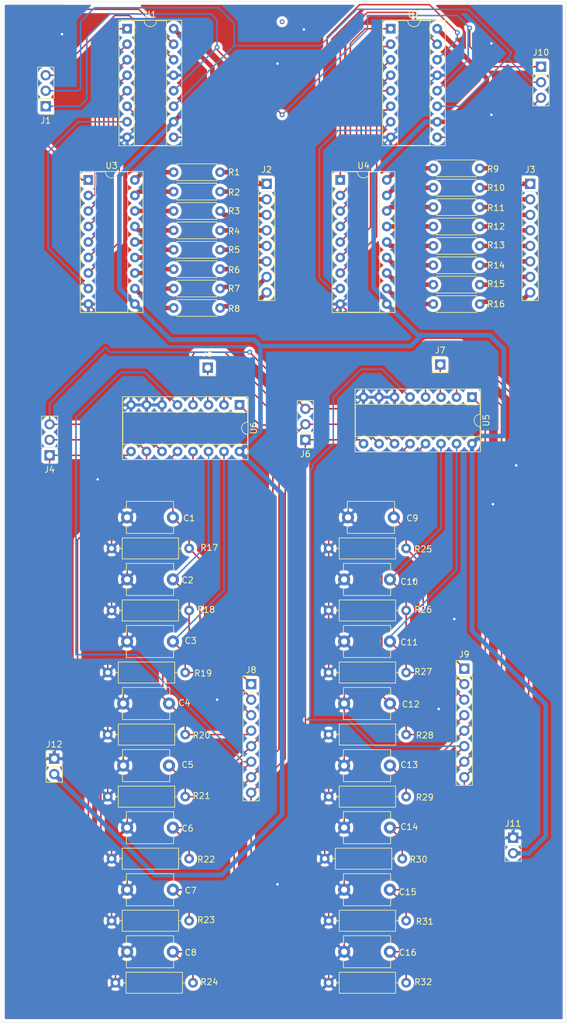
<source format=kicad_pcb>
(kicad_pcb (version 20171130) (host pcbnew "(5.1.6)-1")
  (title_block (title "IR Emitter Board for Reactive Coffee Table") (rev v02) (company "Ty and Gig Builds") (comment 2 https://creativecommons.org/licenses/by/4.0/) (comment 3 "License: CC BY 4.0") (comment 4 "Author: Tyler McKay"))
  (layers (0 F.Cu signal) (31 B.Cu signal) (34 B.Paste user) (35 F.Paste user) (36 B.SilkS user) (37 F.SilkS user) (38 B.Mask user) (39 F.Mask user) (44 Edge.Cuts user))
  (net 0 "")
  (net 1 GND)
  (net 2 "Net-(C1-Pad2)")
  (net 3 "Net-(C2-Pad2)")
  (net 4 "Net-(C3-Pad2)")
  (net 5 "Net-(C4-Pad2)")
  (net 6 "Net-(C5-Pad2)")
  (net 7 "Net-(C6-Pad2)")
  (net 8 "Net-(C7-Pad2)")
  (net 9 "Net-(C8-Pad2)")
  (net 10 "Net-(C9-Pad2)")
  (net 11 "Net-(C10-Pad2)")
  (net 12 "Net-(C11-Pad2)")
  (net 13 "Net-(C12-Pad2)")
  (net 14 "Net-(C13-Pad2)")
  (net 15 "Net-(C14-Pad2)")
  (net 16 "Net-(C15-Pad2)")
  (net 17 "Net-(C16-Pad2)")
  (net 18 "Net-(J1-Pad1)")
  (net 19 "Net-(J1-Pad2)")
  (net 20 "Net-(J1-Pad3)")
  (net 21 "Net-(J2-Pad8)")
  (net 22 "Net-(J2-Pad7)")
  (net 23 "Net-(J2-Pad6)")
  (net 24 "Net-(J2-Pad5)")
  (net 25 "Net-(J2-Pad4)")
  (net 26 "Net-(J2-Pad3)")
  (net 27 "Net-(J2-Pad2)")
  (net 28 "Net-(J2-Pad1)")
  (net 29 "Net-(J3-Pad1)")
  (net 30 "Net-(J3-Pad2)")
  (net 31 "Net-(J3-Pad3)")
  (net 32 "Net-(J3-Pad4)")
  (net 33 "Net-(J3-Pad5)")
  (net 34 "Net-(J3-Pad6)")
  (net 35 "Net-(J3-Pad7)")
  (net 36 "Net-(J3-Pad8)")
  (net 37 "Net-(J4-Pad3)")
  (net 38 "Net-(J4-Pad2)")
  (net 39 "Net-(J4-Pad1)")
  (net 40 "Net-(J5-Pad1)")
  (net 41 "Net-(J7-Pad1)")
  (net 42 "Net-(R1-Pad2)")
  (net 43 "Net-(R2-Pad2)")
  (net 44 "Net-(R3-Pad2)")
  (net 45 "Net-(R4-Pad2)")
  (net 46 "Net-(R5-Pad2)")
  (net 47 "Net-(R6-Pad2)")
  (net 48 "Net-(R7-Pad2)")
  (net 49 "Net-(R8-Pad2)")
  (net 50 "Net-(R9-Pad2)")
  (net 51 "Net-(R10-Pad2)")
  (net 52 "Net-(R11-Pad2)")
  (net 53 "Net-(R12-Pad2)")
  (net 54 "Net-(R13-Pad2)")
  (net 55 "Net-(R14-Pad2)")
  (net 56 "Net-(R15-Pad2)")
  (net 57 "Net-(R16-Pad2)")
  (net 58 "Net-(U1-Pad1)")
  (net 59 "Net-(U1-Pad9)")
  (net 60 "Net-(U1-Pad2)")
  (net 61 VCC)
  (net 62 "Net-(U1-Pad3)")
  (net 63 "Net-(U1-Pad4)")
  (net 64 "Net-(U1-Pad5)")
  (net 65 "Net-(U1-Pad6)")
  (net 66 "Net-(U1-Pad7)")
  (net 67 "Net-(U1-Pad15)")
  (net 68 "Net-(U2-Pad15)")
  (net 69 "Net-(U2-Pad7)")
  (net 70 "Net-(U2-Pad6)")
  (net 71 "Net-(U2-Pad5)")
  (net 72 "Net-(U2-Pad4)")
  (net 73 "Net-(U2-Pad3)")
  (net 74 "Net-(U2-Pad2)")
  (net 75 "Net-(U2-Pad1)")
  (net 76 "Net-(J10-Pad3)")
  (module Connector_PinHeader_2.54mm:PinHeader_1x02_P2.54mm_Vertical (layer F.Cu) (at 92.202 141.732)
    (fp_text reference J12 (at 0 -2.33) (layer F.SilkS))
    (fp_text value Conn_01x02_Female)
    (pad 2 thru_hole oval (at 0 2.54) (size 1.7 1.7) (drill 1) (layers *.Cu *.Mask) (net 61 VCC))
    (pad 1 thru_hole rect (at 0 0) (size 1.7 1.7) (drill 1) (layers *.Cu *.Mask) (net 1 GND))
  )
  (module Connector_PinHeader_2.54mm:PinHeader_1x02_P2.54mm_Vertical (layer F.Cu) (at 167.386 154.686)
    (fp_text reference J11 (at 0 -2.33) (layer F.SilkS))
    (fp_text value Conn_01x02_Female)
    (pad 2 thru_hole oval (at 0 2.54) (size 1.7 1.7) (drill 1) (layers *.Cu *.Mask) (net 61 VCC))
    (pad 1 thru_hole rect (at 0 0) (size 1.7 1.7) (drill 1) (layers *.Cu *.Mask) (net 1 GND))
  )
  (module Connector_PinHeader_2.54mm:PinHeader_1x03_P2.54mm_Vertical (layer F.Cu) (at 171.958 28.448)
    (fp_text reference J10 (at 0 -2.33) (layer F.SilkS))
    (fp_text value Conn_01x03_Female)
    (pad 3 thru_hole oval (at 0 5.08) (size 1.7 1.7) (drill 1) (layers *.Cu *.Mask) (net 76 "Net-(J10-Pad3)"))
    (pad 2 thru_hole oval (at 0 2.54) (size 1.7 1.7) (drill 1) (layers *.Cu *.Mask) (net 19 "Net-(J1-Pad2)"))
    (pad 1 thru_hole rect (at 0 0) (size 1.7 1.7) (drill 1) (layers *.Cu *.Mask) (net 18 "Net-(J1-Pad1)"))
  )
  (module Capacitor_THT:C_Disc_D7.5mm_W5.0mm_P7.50mm (layer F.Cu) (at 104.14 102.235)
    (fp_text reference C1 (at 10.16 0.127) (layer F.SilkS))
    (fp_text value 47pF)
    (pad 1 thru_hole circle (at 0 0) (size 2 2) (drill 1) (layers *.Cu *.Mask) (net 1 GND))
    (pad 2 thru_hole circle (at 7.5 0) (size 2 2) (drill 1) (layers *.Cu *.Mask) (net 2 "Net-(C1-Pad2)"))
  )
  (module Capacitor_THT:C_Disc_D7.5mm_W5.0mm_P7.50mm (layer F.Cu) (at 104.14 112.395)
    (fp_text reference C2 (at 9.906 0.127) (layer F.SilkS))
    (fp_text value 47pF)
    (pad 2 thru_hole circle (at 7.5 0) (size 2 2) (drill 1) (layers *.Cu *.Mask) (net 3 "Net-(C2-Pad2)"))
    (pad 1 thru_hole circle (at 0 0) (size 2 2) (drill 1) (layers *.Cu *.Mask) (net 1 GND))
  )
  (module Capacitor_THT:C_Disc_D7.5mm_W5.0mm_P7.50mm (layer F.Cu) (at 104.14 122.555)
    (fp_text reference C3 (at 10.414 -0.127) (layer F.SilkS))
    (fp_text value 47pF)
    (pad 2 thru_hole circle (at 7.5 0) (size 2 2) (drill 1) (layers *.Cu *.Mask) (net 4 "Net-(C3-Pad2)"))
    (pad 1 thru_hole circle (at 0 0) (size 2 2) (drill 1) (layers *.Cu *.Mask) (net 1 GND))
  )
  (module Capacitor_THT:C_Disc_D7.5mm_W5.0mm_P7.50mm (layer F.Cu) (at 103.505 132.715)
    (fp_text reference C4 (at 10.033 -0.127) (layer F.SilkS))
    (fp_text value 47pF)
    (pad 2 thru_hole circle (at 7.5 0) (size 2 2) (drill 1) (layers *.Cu *.Mask) (net 5 "Net-(C4-Pad2)"))
    (pad 1 thru_hole circle (at 0 0) (size 2 2) (drill 1) (layers *.Cu *.Mask) (net 1 GND))
  )
  (module Capacitor_THT:C_Disc_D7.5mm_W5.0mm_P7.50mm (layer F.Cu) (at 103.505 142.875)
    (fp_text reference C5 (at 10.541 -0.127) (layer F.SilkS))
    (fp_text value 47pF)
    (pad 1 thru_hole circle (at 0 0) (size 2 2) (drill 1) (layers *.Cu *.Mask) (net 1 GND))
    (pad 2 thru_hole circle (at 7.5 0) (size 2 2) (drill 1) (layers *.Cu *.Mask) (net 6 "Net-(C5-Pad2)"))
  )
  (module Capacitor_THT:C_Disc_D7.5mm_W5.0mm_P7.50mm (layer F.Cu) (at 104.14 153.035)
    (fp_text reference C6 (at 9.906 0.127) (layer F.SilkS))
    (fp_text value 47pF)
    (pad 2 thru_hole circle (at 7.5 0) (size 2 2) (drill 1) (layers *.Cu *.Mask) (net 7 "Net-(C6-Pad2)"))
    (pad 1 thru_hole circle (at 0 0) (size 2 2) (drill 1) (layers *.Cu *.Mask) (net 1 GND))
  )
  (module Capacitor_THT:C_Disc_D7.5mm_W5.0mm_P7.50mm (layer F.Cu) (at 104.14 163.195)
    (fp_text reference C7 (at 10.414 0.127) (layer F.SilkS))
    (fp_text value 47pF)
    (pad 1 thru_hole circle (at 0 0) (size 2 2) (drill 1) (layers *.Cu *.Mask) (net 1 GND))
    (pad 2 thru_hole circle (at 7.5 0) (size 2 2) (drill 1) (layers *.Cu *.Mask) (net 8 "Net-(C7-Pad2)"))
  )
  (module Capacitor_THT:C_Disc_D7.5mm_W5.0mm_P7.50mm (layer F.Cu) (at 104.14 173.355)
    (fp_text reference C8 (at 10.414 0.127) (layer F.SilkS))
    (fp_text value 47pF)
    (pad 2 thru_hole circle (at 7.5 0) (size 2 2) (drill 1) (layers *.Cu *.Mask) (net 9 "Net-(C8-Pad2)"))
    (pad 1 thru_hole circle (at 0 0) (size 2 2) (drill 1) (layers *.Cu *.Mask) (net 1 GND))
  )
  (module Capacitor_THT:C_Disc_D7.5mm_W5.0mm_P7.50mm (layer F.Cu) (at 140.335 102.235)
    (fp_text reference C9 (at 10.541 0.127) (layer F.SilkS))
    (fp_text value 47pF)
    (pad 2 thru_hole circle (at 7.5 0) (size 2 2) (drill 1) (layers *.Cu *.Mask) (net 10 "Net-(C9-Pad2)"))
    (pad 1 thru_hole circle (at 0 0) (size 2 2) (drill 1) (layers *.Cu *.Mask) (net 1 GND))
  )
  (module Capacitor_THT:C_Disc_D7.5mm_W5.0mm_P7.50mm (layer F.Cu) (at 139.7 112.395)
    (fp_text reference C10 (at 10.668 0.381) (layer F.SilkS))
    (fp_text value 47pF)
    (pad 2 thru_hole circle (at 7.5 0) (size 2 2) (drill 1) (layers *.Cu *.Mask) (net 11 "Net-(C10-Pad2)"))
    (pad 1 thru_hole circle (at 0 0) (size 2 2) (drill 1) (layers *.Cu *.Mask) (net 1 GND))
  )
  (module Capacitor_THT:C_Disc_D7.5mm_W5.0mm_P7.50mm (layer F.Cu) (at 139.7 122.555)
    (fp_text reference C11 (at 10.668 0.127) (layer F.SilkS))
    (fp_text value 47pF)
    (pad 2 thru_hole circle (at 7.5 0) (size 2 2) (drill 1) (layers *.Cu *.Mask) (net 12 "Net-(C11-Pad2)"))
    (pad 1 thru_hole circle (at 0 0) (size 2 2) (drill 1) (layers *.Cu *.Mask) (net 1 GND))
  )
  (module Capacitor_THT:C_Disc_D7.5mm_W5.0mm_P7.50mm (layer F.Cu) (at 139.7 132.715)
    (fp_text reference C12 (at 10.922 0.127) (layer F.SilkS))
    (fp_text value 47pF)
    (pad 1 thru_hole circle (at 0 0) (size 2 2) (drill 1) (layers *.Cu *.Mask) (net 1 GND))
    (pad 2 thru_hole circle (at 7.5 0) (size 2 2) (drill 1) (layers *.Cu *.Mask) (net 13 "Net-(C12-Pad2)"))
  )
  (module Capacitor_THT:C_Disc_D7.5mm_W5.0mm_P7.50mm (layer F.Cu) (at 139.7 142.875)
    (fp_text reference C13 (at 10.668 -0.127) (layer F.SilkS))
    (fp_text value 47pF)
    (pad 1 thru_hole circle (at 0 0) (size 2 2) (drill 1) (layers *.Cu *.Mask) (net 1 GND))
    (pad 2 thru_hole circle (at 7.5 0) (size 2 2) (drill 1) (layers *.Cu *.Mask) (net 14 "Net-(C13-Pad2)"))
  )
  (module Capacitor_THT:C_Disc_D7.5mm_W5.0mm_P7.50mm (layer F.Cu) (at 139.7 153.035)
    (fp_text reference C14 (at 10.668 -0.127) (layer F.SilkS))
    (fp_text value 47pF)
    (pad 1 thru_hole circle (at 0 0) (size 2 2) (drill 1) (layers *.Cu *.Mask) (net 1 GND))
    (pad 2 thru_hole circle (at 7.5 0) (size 2 2) (drill 1) (layers *.Cu *.Mask) (net 15 "Net-(C14-Pad2)"))
  )
  (module Capacitor_THT:C_Disc_D7.5mm_W5.0mm_P7.50mm (layer F.Cu) (at 139.7 163.195)
    (fp_text reference C15 (at 10.414 0.381) (layer F.SilkS))
    (fp_text value 47pF)
    (pad 2 thru_hole circle (at 7.5 0) (size 2 2) (drill 1) (layers *.Cu *.Mask) (net 16 "Net-(C15-Pad2)"))
    (pad 1 thru_hole circle (at 0 0) (size 2 2) (drill 1) (layers *.Cu *.Mask) (net 1 GND))
  )
  (module Capacitor_THT:C_Disc_D7.5mm_W5.0mm_P7.50mm (layer F.Cu) (at 139.7 173.355)
    (fp_text reference C16 (at 10.414 0.127) (layer F.SilkS))
    (fp_text value 47pF)
    (pad 2 thru_hole circle (at 7.5 0) (size 2 2) (drill 1) (layers *.Cu *.Mask) (net 17 "Net-(C16-Pad2)"))
    (pad 1 thru_hole circle (at 0 0) (size 2 2) (drill 1) (layers *.Cu *.Mask) (net 1 GND))
  )
  (module Connector_PinHeader_2.54mm:PinHeader_1x03_P2.54mm_Vertical (layer F.Cu) (at 90.805 34.925 180)
    (fp_text reference J1 (at 0 -2.33) (layer F.SilkS))
    (fp_text value Conn_01x03_Female)
    (pad 1 thru_hole rect (at 0 0 180) (size 1.7 1.7) (drill 1) (layers *.Cu *.Mask) (net 18 "Net-(J1-Pad1)"))
    (pad 2 thru_hole oval (at 0 2.54 180) (size 1.7 1.7) (drill 1) (layers *.Cu *.Mask) (net 19 "Net-(J1-Pad2)"))
    (pad 3 thru_hole oval (at 0 5.08 180) (size 1.7 1.7) (drill 1) (layers *.Cu *.Mask) (net 20 "Net-(J1-Pad3)"))
  )
  (module Connector_PinHeader_2.54mm:PinHeader_1x08_P2.54mm_Vertical (layer F.Cu) (at 127 47.625)
    (fp_text reference J2 (at 0 -2.33) (layer F.SilkS))
    (fp_text value Conn_01x08_Female)
    (pad 8 thru_hole oval (at 0 17.78) (size 1.7 1.7) (drill 1) (layers *.Cu *.Mask) (net 21 "Net-(J2-Pad8)"))
    (pad 7 thru_hole oval (at 0 15.24) (size 1.7 1.7) (drill 1) (layers *.Cu *.Mask) (net 22 "Net-(J2-Pad7)"))
    (pad 6 thru_hole oval (at 0 12.7) (size 1.7 1.7) (drill 1) (layers *.Cu *.Mask) (net 23 "Net-(J2-Pad6)"))
    (pad 5 thru_hole oval (at 0 10.16) (size 1.7 1.7) (drill 1) (layers *.Cu *.Mask) (net 24 "Net-(J2-Pad5)"))
    (pad 4 thru_hole oval (at 0 7.62) (size 1.7 1.7) (drill 1) (layers *.Cu *.Mask) (net 25 "Net-(J2-Pad4)"))
    (pad 3 thru_hole oval (at 0 5.08) (size 1.7 1.7) (drill 1) (layers *.Cu *.Mask) (net 26 "Net-(J2-Pad3)"))
    (pad 2 thru_hole oval (at 0 2.54) (size 1.7 1.7) (drill 1) (layers *.Cu *.Mask) (net 27 "Net-(J2-Pad2)"))
    (pad 1 thru_hole rect (at 0 0) (size 1.7 1.7) (drill 1) (layers *.Cu *.Mask) (net 28 "Net-(J2-Pad1)"))
  )
  (module Connector_PinHeader_2.54mm:PinHeader_1x08_P2.54mm_Vertical (layer F.Cu) (at 170.18 47.625)
    (fp_text reference J3 (at 0 -2.33) (layer F.SilkS))
    (fp_text value Conn_01x08_Female)
    (pad 1 thru_hole rect (at 0 0) (size 1.7 1.7) (drill 1) (layers *.Cu *.Mask) (net 29 "Net-(J3-Pad1)"))
    (pad 2 thru_hole oval (at 0 2.54) (size 1.7 1.7) (drill 1) (layers *.Cu *.Mask) (net 30 "Net-(J3-Pad2)"))
    (pad 3 thru_hole oval (at 0 5.08) (size 1.7 1.7) (drill 1) (layers *.Cu *.Mask) (net 31 "Net-(J3-Pad3)"))
    (pad 4 thru_hole oval (at 0 7.62) (size 1.7 1.7) (drill 1) (layers *.Cu *.Mask) (net 32 "Net-(J3-Pad4)"))
    (pad 5 thru_hole oval (at 0 10.16) (size 1.7 1.7) (drill 1) (layers *.Cu *.Mask) (net 33 "Net-(J3-Pad5)"))
    (pad 6 thru_hole oval (at 0 12.7) (size 1.7 1.7) (drill 1) (layers *.Cu *.Mask) (net 34 "Net-(J3-Pad6)"))
    (pad 7 thru_hole oval (at 0 15.24) (size 1.7 1.7) (drill 1) (layers *.Cu *.Mask) (net 35 "Net-(J3-Pad7)"))
    (pad 8 thru_hole oval (at 0 17.78) (size 1.7 1.7) (drill 1) (layers *.Cu *.Mask) (net 36 "Net-(J3-Pad8)"))
  )
  (module Connector_PinHeader_2.54mm:PinHeader_1x03_P2.54mm_Vertical (layer F.Cu) (at 91.44 92.075 180)
    (fp_text reference J4 (at 0 -2.33) (layer F.SilkS))
    (fp_text value Conn_01x03_Female)
    (pad 3 thru_hole oval (at 0 5.08 180) (size 1.7 1.7) (drill 1) (layers *.Cu *.Mask) (net 37 "Net-(J4-Pad3)"))
    (pad 2 thru_hole oval (at 0 2.54 180) (size 1.7 1.7) (drill 1) (layers *.Cu *.Mask) (net 38 "Net-(J4-Pad2)"))
    (pad 1 thru_hole rect (at 0 0 180) (size 1.7 1.7) (drill 1) (layers *.Cu *.Mask) (net 39 "Net-(J4-Pad1)"))
  )
  (module Connector_PinHeader_2.54mm:PinHeader_1x01_P2.54mm_Vertical (layer F.Cu) (at 117.348 77.724)
    (fp_text reference J5 (at 0 -2.33) (layer F.SilkS))
    (fp_text value Conn_01x01_Female)
    (pad 1 thru_hole rect (at 0 0) (size 1.7 1.7) (drill 1) (layers *.Cu *.Mask) (net 40 "Net-(J5-Pad1)"))
  )
  (module Connector_PinHeader_2.54mm:PinHeader_1x03_P2.54mm_Vertical (layer F.Cu) (at 133.35 89.535 180)
    (fp_text reference J6 (at 0 -2.33) (layer F.SilkS))
    (fp_text value Conn_01x03_Female)
    (pad 3 thru_hole oval (at 0 5.08 180) (size 1.7 1.7) (drill 1) (layers *.Cu *.Mask) (net 37 "Net-(J4-Pad3)"))
    (pad 2 thru_hole oval (at 0 2.54 180) (size 1.7 1.7) (drill 1) (layers *.Cu *.Mask) (net 38 "Net-(J4-Pad2)"))
    (pad 1 thru_hole rect (at 0 0 180) (size 1.7 1.7) (drill 1) (layers *.Cu *.Mask) (net 39 "Net-(J4-Pad1)"))
  )
  (module Connector_PinHeader_2.54mm:PinHeader_1x01_P2.54mm_Vertical (layer F.Cu) (at 155.448 77.216)
    (fp_text reference J7 (at 0 -2.33) (layer F.SilkS))
    (fp_text value Conn_01x01_Female)
    (pad 1 thru_hole rect (at 0 0) (size 1.7 1.7) (drill 1) (layers *.Cu *.Mask) (net 41 "Net-(J7-Pad1)"))
  )
  (module Connector_PinHeader_2.54mm:PinHeader_1x08_P2.54mm_Vertical (layer F.Cu) (at 124.46 129.54)
    (fp_text reference J8 (at 0 -2.33) (layer F.SilkS))
    (fp_text value Conn_01x08_Female)
    (pad 8 thru_hole oval (at 0 17.78) (size 1.7 1.7) (drill 1) (layers *.Cu *.Mask) (net 9 "Net-(C8-Pad2)"))
    (pad 7 thru_hole oval (at 0 15.24) (size 1.7 1.7) (drill 1) (layers *.Cu *.Mask) (net 8 "Net-(C7-Pad2)"))
    (pad 6 thru_hole oval (at 0 12.7) (size 1.7 1.7) (drill 1) (layers *.Cu *.Mask) (net 7 "Net-(C6-Pad2)"))
    (pad 5 thru_hole oval (at 0 10.16) (size 1.7 1.7) (drill 1) (layers *.Cu *.Mask) (net 6 "Net-(C5-Pad2)"))
    (pad 4 thru_hole oval (at 0 7.62) (size 1.7 1.7) (drill 1) (layers *.Cu *.Mask) (net 5 "Net-(C4-Pad2)"))
    (pad 3 thru_hole oval (at 0 5.08) (size 1.7 1.7) (drill 1) (layers *.Cu *.Mask) (net 4 "Net-(C3-Pad2)"))
    (pad 2 thru_hole oval (at 0 2.54) (size 1.7 1.7) (drill 1) (layers *.Cu *.Mask) (net 3 "Net-(C2-Pad2)"))
    (pad 1 thru_hole rect (at 0 0) (size 1.7 1.7) (drill 1) (layers *.Cu *.Mask) (net 2 "Net-(C1-Pad2)"))
  )
  (module Connector_PinHeader_2.54mm:PinHeader_1x08_P2.54mm_Vertical (layer F.Cu) (at 159.385 127)
    (fp_text reference J9 (at 0 -2.33) (layer F.SilkS))
    (fp_text value Conn_01x08_Female)
    (pad 8 thru_hole oval (at 0 17.78) (size 1.7 1.7) (drill 1) (layers *.Cu *.Mask) (net 17 "Net-(C16-Pad2)"))
    (pad 7 thru_hole oval (at 0 15.24) (size 1.7 1.7) (drill 1) (layers *.Cu *.Mask) (net 16 "Net-(C15-Pad2)"))
    (pad 6 thru_hole oval (at 0 12.7) (size 1.7 1.7) (drill 1) (layers *.Cu *.Mask) (net 15 "Net-(C14-Pad2)"))
    (pad 5 thru_hole oval (at 0 10.16) (size 1.7 1.7) (drill 1) (layers *.Cu *.Mask) (net 14 "Net-(C13-Pad2)"))
    (pad 4 thru_hole oval (at 0 7.62) (size 1.7 1.7) (drill 1) (layers *.Cu *.Mask) (net 13 "Net-(C12-Pad2)"))
    (pad 3 thru_hole oval (at 0 5.08) (size 1.7 1.7) (drill 1) (layers *.Cu *.Mask) (net 12 "Net-(C11-Pad2)"))
    (pad 2 thru_hole oval (at 0 2.54) (size 1.7 1.7) (drill 1) (layers *.Cu *.Mask) (net 11 "Net-(C10-Pad2)"))
    (pad 1 thru_hole rect (at 0 0) (size 1.7 1.7) (drill 1) (layers *.Cu *.Mask) (net 10 "Net-(C9-Pad2)"))
  )
  (module Resistor_THT:R_Axial_DIN0207_L6.3mm_D2.5mm_P7.62mm_Horizontal (layer F.Cu) (at 119.38 45.72 180)
    (fp_text reference R1 (at -2.286 0) (layer F.SilkS))
    (fp_text value 10)
    (pad 2 thru_hole oval (at 7.62 0 180) (size 1.6 1.6) (drill 0.8) (layers *.Cu *.Mask) (net 42 "Net-(R1-Pad2)"))
    (pad 1 thru_hole circle (at 0 0 180) (size 1.6 1.6) (drill 0.8) (layers *.Cu *.Mask) (net 28 "Net-(J2-Pad1)"))
  )
  (module Resistor_THT:R_Axial_DIN0207_L6.3mm_D2.5mm_P7.62mm_Horizontal (layer F.Cu) (at 119.38 48.895 180)
    (fp_text reference R2 (at -2.286 -0.127) (layer F.SilkS))
    (fp_text value 10)
    (pad 2 thru_hole oval (at 7.62 0 180) (size 1.6 1.6) (drill 0.8) (layers *.Cu *.Mask) (net 43 "Net-(R2-Pad2)"))
    (pad 1 thru_hole circle (at 0 0 180) (size 1.6 1.6) (drill 0.8) (layers *.Cu *.Mask) (net 27 "Net-(J2-Pad2)"))
  )
  (module Resistor_THT:R_Axial_DIN0207_L6.3mm_D2.5mm_P7.62mm_Horizontal (layer F.Cu) (at 119.38 52.07 180)
    (fp_text reference R3 (at -2.286 0) (layer F.SilkS))
    (fp_text value 10)
    (pad 1 thru_hole circle (at 0 0 180) (size 1.6 1.6) (drill 0.8) (layers *.Cu *.Mask) (net 26 "Net-(J2-Pad3)"))
    (pad 2 thru_hole oval (at 7.62 0 180) (size 1.6 1.6) (drill 0.8) (layers *.Cu *.Mask) (net 44 "Net-(R3-Pad2)"))
  )
  (module Resistor_THT:R_Axial_DIN0207_L6.3mm_D2.5mm_P7.62mm_Horizontal (layer F.Cu) (at 119.38 55.245 180)
    (fp_text reference R4 (at -2.286 -0.127) (layer F.SilkS))
    (fp_text value 10)
    (pad 1 thru_hole circle (at 0 0 180) (size 1.6 1.6) (drill 0.8) (layers *.Cu *.Mask) (net 25 "Net-(J2-Pad4)"))
    (pad 2 thru_hole oval (at 7.62 0 180) (size 1.6 1.6) (drill 0.8) (layers *.Cu *.Mask) (net 45 "Net-(R4-Pad2)"))
  )
  (module Resistor_THT:R_Axial_DIN0207_L6.3mm_D2.5mm_P7.62mm_Horizontal (layer F.Cu) (at 119.38 58.42 180)
    (fp_text reference R5 (at -2.286 0) (layer F.SilkS))
    (fp_text value 10)
    (pad 2 thru_hole oval (at 7.62 0 180) (size 1.6 1.6) (drill 0.8) (layers *.Cu *.Mask) (net 46 "Net-(R5-Pad2)"))
    (pad 1 thru_hole circle (at 0 0 180) (size 1.6 1.6) (drill 0.8) (layers *.Cu *.Mask) (net 24 "Net-(J2-Pad5)"))
  )
  (module Resistor_THT:R_Axial_DIN0207_L6.3mm_D2.5mm_P7.62mm_Horizontal (layer F.Cu) (at 119.38 61.595 180)
    (fp_text reference R6 (at -2.286 -0.127) (layer F.SilkS))
    (fp_text value 10)
    (pad 1 thru_hole circle (at 0 0 180) (size 1.6 1.6) (drill 0.8) (layers *.Cu *.Mask) (net 23 "Net-(J2-Pad6)"))
    (pad 2 thru_hole oval (at 7.62 0 180) (size 1.6 1.6) (drill 0.8) (layers *.Cu *.Mask) (net 47 "Net-(R6-Pad2)"))
  )
  (module Resistor_THT:R_Axial_DIN0207_L6.3mm_D2.5mm_P7.62mm_Horizontal (layer F.Cu) (at 119.38 64.77 180)
    (fp_text reference R7 (at -2.286 0) (layer F.SilkS))
    (fp_text value 10)
    (pad 2 thru_hole oval (at 7.62 0 180) (size 1.6 1.6) (drill 0.8) (layers *.Cu *.Mask) (net 48 "Net-(R7-Pad2)"))
    (pad 1 thru_hole circle (at 0 0 180) (size 1.6 1.6) (drill 0.8) (layers *.Cu *.Mask) (net 22 "Net-(J2-Pad7)"))
  )
  (module Resistor_THT:R_Axial_DIN0207_L6.3mm_D2.5mm_P7.62mm_Horizontal (layer F.Cu) (at 119.38 67.945 180)
    (fp_text reference R8 (at -2.286 -0.127) (layer F.SilkS))
    (fp_text value 10)
    (pad 1 thru_hole circle (at 0 0 180) (size 1.6 1.6) (drill 0.8) (layers *.Cu *.Mask) (net 21 "Net-(J2-Pad8)"))
    (pad 2 thru_hole oval (at 7.62 0 180) (size 1.6 1.6) (drill 0.8) (layers *.Cu *.Mask) (net 49 "Net-(R8-Pad2)"))
  )
  (module Resistor_THT:R_Axial_DIN0207_L6.3mm_D2.5mm_P7.62mm_Horizontal (layer F.Cu) (at 161.925 45.085 180)
    (fp_text reference R9 (at -2.159 -0.127) (layer F.SilkS))
    (fp_text value 10)
    (pad 2 thru_hole oval (at 7.62 0 180) (size 1.6 1.6) (drill 0.8) (layers *.Cu *.Mask) (net 50 "Net-(R9-Pad2)"))
    (pad 1 thru_hole circle (at 0 0 180) (size 1.6 1.6) (drill 0.8) (layers *.Cu *.Mask) (net 29 "Net-(J3-Pad1)"))
  )
  (module Resistor_THT:R_Axial_DIN0207_L6.3mm_D2.5mm_P7.62mm_Horizontal (layer F.Cu) (at 161.925 48.26 180)
    (fp_text reference R10 (at -2.667 0) (layer F.SilkS))
    (fp_text value 10)
    (pad 2 thru_hole oval (at 7.62 0 180) (size 1.6 1.6) (drill 0.8) (layers *.Cu *.Mask) (net 51 "Net-(R10-Pad2)"))
    (pad 1 thru_hole circle (at 0 0 180) (size 1.6 1.6) (drill 0.8) (layers *.Cu *.Mask) (net 30 "Net-(J3-Pad2)"))
  )
  (module Resistor_THT:R_Axial_DIN0207_L6.3mm_D2.5mm_P7.62mm_Horizontal (layer F.Cu) (at 161.925 51.435 180)
    (fp_text reference R11 (at -2.667 -0.127) (layer F.SilkS))
    (fp_text value 10)
    (pad 1 thru_hole circle (at 0 0 180) (size 1.6 1.6) (drill 0.8) (layers *.Cu *.Mask) (net 31 "Net-(J3-Pad3)"))
    (pad 2 thru_hole oval (at 7.62 0 180) (size 1.6 1.6) (drill 0.8) (layers *.Cu *.Mask) (net 52 "Net-(R11-Pad2)"))
  )
  (module Resistor_THT:R_Axial_DIN0207_L6.3mm_D2.5mm_P7.62mm_Horizontal (layer F.Cu) (at 161.925 54.61 180)
    (fp_text reference R12 (at -2.667 0) (layer F.SilkS))
    (fp_text value 10)
    (pad 1 thru_hole circle (at 0 0 180) (size 1.6 1.6) (drill 0.8) (layers *.Cu *.Mask) (net 32 "Net-(J3-Pad4)"))
    (pad 2 thru_hole oval (at 7.62 0 180) (size 1.6 1.6) (drill 0.8) (layers *.Cu *.Mask) (net 53 "Net-(R12-Pad2)"))
  )
  (module Resistor_THT:R_Axial_DIN0207_L6.3mm_D2.5mm_P7.62mm_Horizontal (layer F.Cu) (at 161.925 57.785 180)
    (fp_text reference R13 (at -2.667 0.127) (layer F.SilkS))
    (fp_text value 10)
    (pad 1 thru_hole circle (at 0 0 180) (size 1.6 1.6) (drill 0.8) (layers *.Cu *.Mask) (net 33 "Net-(J3-Pad5)"))
    (pad 2 thru_hole oval (at 7.62 0 180) (size 1.6 1.6) (drill 0.8) (layers *.Cu *.Mask) (net 54 "Net-(R13-Pad2)"))
  )
  (module Resistor_THT:R_Axial_DIN0207_L6.3mm_D2.5mm_P7.62mm_Horizontal (layer F.Cu) (at 161.925 60.96 180)
    (fp_text reference R14 (at -2.667 0) (layer F.SilkS))
    (fp_text value 10)
    (pad 2 thru_hole oval (at 7.62 0 180) (size 1.6 1.6) (drill 0.8) (layers *.Cu *.Mask) (net 55 "Net-(R14-Pad2)"))
    (pad 1 thru_hole circle (at 0 0 180) (size 1.6 1.6) (drill 0.8) (layers *.Cu *.Mask) (net 34 "Net-(J3-Pad6)"))
  )
  (module Resistor_THT:R_Axial_DIN0207_L6.3mm_D2.5mm_P7.62mm_Horizontal (layer F.Cu) (at 161.925 64.135 180)
    (fp_text reference R15 (at -2.667 0.127) (layer F.SilkS))
    (fp_text value 10)
    (pad 1 thru_hole circle (at 0 0 180) (size 1.6 1.6) (drill 0.8) (layers *.Cu *.Mask) (net 35 "Net-(J3-Pad7)"))
    (pad 2 thru_hole oval (at 7.62 0 180) (size 1.6 1.6) (drill 0.8) (layers *.Cu *.Mask) (net 56 "Net-(R15-Pad2)"))
  )
  (module Resistor_THT:R_Axial_DIN0207_L6.3mm_D2.5mm_P7.62mm_Horizontal (layer F.Cu) (at 161.925 67.31 180)
    (fp_text reference R16 (at -2.667 0) (layer F.SilkS))
    (fp_text value 10)
    (pad 2 thru_hole oval (at 7.62 0 180) (size 1.6 1.6) (drill 0.8) (layers *.Cu *.Mask) (net 57 "Net-(R16-Pad2)"))
    (pad 1 thru_hole circle (at 0 0 180) (size 1.6 1.6) (drill 0.8) (layers *.Cu *.Mask) (net 36 "Net-(J3-Pad8)"))
  )
  (module Resistor_THT:R_Axial_DIN0309_L9.0mm_D3.2mm_P12.70mm_Horizontal (layer F.Cu) (at 101.6 107.315)
    (fp_text reference R17 (at 16.002 -0.127) (layer F.SilkS))
    (fp_text value 1M)
    (pad 1 thru_hole circle (at 0 0) (size 1.6 1.6) (drill 0.8) (layers *.Cu *.Mask) (net 1 GND))
    (pad 2 thru_hole oval (at 12.7 0) (size 1.6 1.6) (drill 0.8) (layers *.Cu *.Mask) (net 2 "Net-(C1-Pad2)"))
  )
  (module Resistor_THT:R_Axial_DIN0309_L9.0mm_D3.2mm_P12.70mm_Horizontal (layer F.Cu) (at 101.6 117.475)
    (fp_text reference R18 (at 15.494 -0.127) (layer F.SilkS))
    (fp_text value 1M)
    (pad 1 thru_hole circle (at 0 0) (size 1.6 1.6) (drill 0.8) (layers *.Cu *.Mask) (net 1 GND))
    (pad 2 thru_hole oval (at 12.7 0) (size 1.6 1.6) (drill 0.8) (layers *.Cu *.Mask) (net 3 "Net-(C2-Pad2)"))
  )
  (module Resistor_THT:R_Axial_DIN0309_L9.0mm_D3.2mm_P12.70mm_Horizontal (layer F.Cu) (at 100.965 127.635)
    (fp_text reference R19 (at 15.621 0.127) (layer F.SilkS))
    (fp_text value 1M)
    (pad 2 thru_hole oval (at 12.7 0) (size 1.6 1.6) (drill 0.8) (layers *.Cu *.Mask) (net 4 "Net-(C3-Pad2)"))
    (pad 1 thru_hole circle (at 0 0) (size 1.6 1.6) (drill 0.8) (layers *.Cu *.Mask) (net 1 GND))
  )
  (module Resistor_THT:R_Axial_DIN0309_L9.0mm_D3.2mm_P12.70mm_Horizontal (layer F.Cu) (at 100.965 137.795)
    (fp_text reference R20 (at 15.367 0.127) (layer F.SilkS))
    (fp_text value 1M)
    (pad 2 thru_hole oval (at 12.7 0) (size 1.6 1.6) (drill 0.8) (layers *.Cu *.Mask) (net 5 "Net-(C4-Pad2)"))
    (pad 1 thru_hole circle (at 0 0) (size 1.6 1.6) (drill 0.8) (layers *.Cu *.Mask) (net 1 GND))
  )
  (module Resistor_THT:R_Axial_DIN0309_L9.0mm_D3.2mm_P12.70mm_Horizontal (layer F.Cu) (at 100.965 147.955)
    (fp_text reference R21 (at 15.367 -0.127) (layer F.SilkS))
    (fp_text value 1M)
    (pad 2 thru_hole oval (at 12.7 0) (size 1.6 1.6) (drill 0.8) (layers *.Cu *.Mask) (net 6 "Net-(C5-Pad2)"))
    (pad 1 thru_hole circle (at 0 0) (size 1.6 1.6) (drill 0.8) (layers *.Cu *.Mask) (net 1 GND))
  )
  (module Resistor_THT:R_Axial_DIN0309_L9.0mm_D3.2mm_P12.70mm_Horizontal (layer F.Cu) (at 101.6 158.115)
    (fp_text reference R22 (at 15.494 0.127) (layer F.SilkS))
    (fp_text value 1M)
    (pad 1 thru_hole circle (at 0 0) (size 1.6 1.6) (drill 0.8) (layers *.Cu *.Mask) (net 1 GND))
    (pad 2 thru_hole oval (at 12.7 0) (size 1.6 1.6) (drill 0.8) (layers *.Cu *.Mask) (net 7 "Net-(C6-Pad2)"))
  )
  (module Resistor_THT:R_Axial_DIN0309_L9.0mm_D3.2mm_P12.70mm_Horizontal (layer F.Cu) (at 101.6 168.275)
    (fp_text reference R23 (at 15.494 -0.127) (layer F.SilkS))
    (fp_text value 1M)
    (pad 2 thru_hole oval (at 12.7 0) (size 1.6 1.6) (drill 0.8) (layers *.Cu *.Mask) (net 8 "Net-(C7-Pad2)"))
    (pad 1 thru_hole circle (at 0 0) (size 1.6 1.6) (drill 0.8) (layers *.Cu *.Mask) (net 1 GND))
  )
  (module Resistor_THT:R_Axial_DIN0309_L9.0mm_D3.2mm_P12.70mm_Horizontal (layer F.Cu) (at 102.235 178.435)
    (fp_text reference R24 (at 15.367 -0.127) (layer F.SilkS))
    (fp_text value 1M)
    (pad 1 thru_hole circle (at 0 0) (size 1.6 1.6) (drill 0.8) (layers *.Cu *.Mask) (net 1 GND))
    (pad 2 thru_hole oval (at 12.7 0) (size 1.6 1.6) (drill 0.8) (layers *.Cu *.Mask) (net 9 "Net-(C8-Pad2)"))
  )
  (module Resistor_THT:R_Axial_DIN0309_L9.0mm_D3.2mm_P12.70mm_Horizontal (layer F.Cu) (at 137.16 107.315)
    (fp_text reference R25 (at 15.494 0.127) (layer F.SilkS))
    (fp_text value 1M)
    (pad 1 thru_hole circle (at 0 0) (size 1.6 1.6) (drill 0.8) (layers *.Cu *.Mask) (net 1 GND))
    (pad 2 thru_hole oval (at 12.7 0) (size 1.6 1.6) (drill 0.8) (layers *.Cu *.Mask) (net 10 "Net-(C9-Pad2)"))
  )
  (module Resistor_THT:R_Axial_DIN0309_L9.0mm_D3.2mm_P12.70mm_Horizontal (layer F.Cu) (at 137.16 117.475)
    (fp_text reference R26 (at 15.494 -0.127) (layer F.SilkS))
    (fp_text value 1M)
    (pad 2 thru_hole oval (at 12.7 0) (size 1.6 1.6) (drill 0.8) (layers *.Cu *.Mask) (net 11 "Net-(C10-Pad2)"))
    (pad 1 thru_hole circle (at 0 0) (size 1.6 1.6) (drill 0.8) (layers *.Cu *.Mask) (net 1 GND))
  )
  (module Resistor_THT:R_Axial_DIN0309_L9.0mm_D3.2mm_P12.70mm_Horizontal (layer F.Cu) (at 137.16 127.635)
    (fp_text reference R27 (at 15.494 -0.127) (layer F.SilkS))
    (fp_text value 1M)
    (pad 1 thru_hole circle (at 0 0) (size 1.6 1.6) (drill 0.8) (layers *.Cu *.Mask) (net 1 GND))
    (pad 2 thru_hole oval (at 12.7 0) (size 1.6 1.6) (drill 0.8) (layers *.Cu *.Mask) (net 12 "Net-(C11-Pad2)"))
  )
  (module Resistor_THT:R_Axial_DIN0309_L9.0mm_D3.2mm_P12.70mm_Horizontal (layer F.Cu) (at 137.16 137.795)
    (fp_text reference R28 (at 15.748 0.127) (layer F.SilkS))
    (fp_text value 1M)
    (pad 2 thru_hole oval (at 12.7 0) (size 1.6 1.6) (drill 0.8) (layers *.Cu *.Mask) (net 13 "Net-(C12-Pad2)"))
    (pad 1 thru_hole circle (at 0 0) (size 1.6 1.6) (drill 0.8) (layers *.Cu *.Mask) (net 1 GND))
  )
  (module Resistor_THT:R_Axial_DIN0309_L9.0mm_D3.2mm_P12.70mm_Horizontal (layer F.Cu) (at 137.16 147.955)
    (fp_text reference R29 (at 15.748 0.127) (layer F.SilkS))
    (fp_text value 1M)
    (pad 1 thru_hole circle (at 0 0) (size 1.6 1.6) (drill 0.8) (layers *.Cu *.Mask) (net 1 GND))
    (pad 2 thru_hole oval (at 12.7 0) (size 1.6 1.6) (drill 0.8) (layers *.Cu *.Mask) (net 14 "Net-(C13-Pad2)"))
  )
  (module Resistor_THT:R_Axial_DIN0309_L9.0mm_D3.2mm_P12.70mm_Horizontal (layer F.Cu) (at 136.525 158.115)
    (fp_text reference R30 (at 15.367 0.127) (layer F.SilkS))
    (fp_text value 1M)
    (pad 2 thru_hole oval (at 12.7 0) (size 1.6 1.6) (drill 0.8) (layers *.Cu *.Mask) (net 15 "Net-(C14-Pad2)"))
    (pad 1 thru_hole circle (at 0 0) (size 1.6 1.6) (drill 0.8) (layers *.Cu *.Mask) (net 1 GND))
  )
  (module Resistor_THT:R_Axial_DIN0309_L9.0mm_D3.2mm_P12.70mm_Horizontal (layer F.Cu) (at 137.16 168.275)
    (fp_text reference R31 (at 15.748 0.127) (layer F.SilkS))
    (fp_text value 1M)
    (pad 1 thru_hole circle (at 0 0) (size 1.6 1.6) (drill 0.8) (layers *.Cu *.Mask) (net 1 GND))
    (pad 2 thru_hole oval (at 12.7 0) (size 1.6 1.6) (drill 0.8) (layers *.Cu *.Mask) (net 16 "Net-(C15-Pad2)"))
  )
  (module Resistor_THT:R_Axial_DIN0309_L9.0mm_D3.2mm_P12.70mm_Horizontal (layer F.Cu) (at 137.16 178.435)
    (fp_text reference R32 (at 15.494 -0.127) (layer F.SilkS))
    (fp_text value 1M)
    (pad 2 thru_hole oval (at 12.7 0) (size 1.6 1.6) (drill 0.8) (layers *.Cu *.Mask) (net 17 "Net-(C16-Pad2)"))
    (pad 1 thru_hole circle (at 0 0) (size 1.6 1.6) (drill 0.8) (layers *.Cu *.Mask) (net 1 GND))
  )
  (module Package_DIP:DIP-16_W7.62mm_Socket (layer F.Cu) (at 104.14 22.225)
    (fp_text reference U1 (at 3.81 -2.33) (layer F.SilkS))
    (fp_text value 74AHC595)
    (pad 1 thru_hole rect (at 0 0) (size 1.6 1.6) (drill 0.8) (layers *.Cu *.Mask) (net 58 "Net-(U1-Pad1)"))
    (pad 9 thru_hole oval (at 7.62 17.78) (size 1.6 1.6) (drill 0.8) (layers *.Cu *.Mask) (net 59 "Net-(U1-Pad9)"))
    (pad 2 thru_hole oval (at 0 2.54) (size 1.6 1.6) (drill 0.8) (layers *.Cu *.Mask) (net 60 "Net-(U1-Pad2)"))
    (pad 10 thru_hole oval (at 7.62 15.24) (size 1.6 1.6) (drill 0.8) (layers *.Cu *.Mask) (net 61 VCC))
    (pad 3 thru_hole oval (at 0 5.08) (size 1.6 1.6) (drill 0.8) (layers *.Cu *.Mask) (net 62 "Net-(U1-Pad3)"))
    (pad 11 thru_hole oval (at 7.62 12.7) (size 1.6 1.6) (drill 0.8) (layers *.Cu *.Mask) (net 19 "Net-(J1-Pad2)"))
    (pad 4 thru_hole oval (at 0 7.62) (size 1.6 1.6) (drill 0.8) (layers *.Cu *.Mask) (net 63 "Net-(U1-Pad4)"))
    (pad 12 thru_hole oval (at 7.62 10.16) (size 1.6 1.6) (drill 0.8) (layers *.Cu *.Mask) (net 18 "Net-(J1-Pad1)"))
    (pad 5 thru_hole oval (at 0 10.16) (size 1.6 1.6) (drill 0.8) (layers *.Cu *.Mask) (net 64 "Net-(U1-Pad5)"))
    (pad 13 thru_hole oval (at 7.62 7.62) (size 1.6 1.6) (drill 0.8) (layers *.Cu *.Mask) (net 1 GND))
    (pad 6 thru_hole oval (at 0 12.7) (size 1.6 1.6) (drill 0.8) (layers *.Cu *.Mask) (net 65 "Net-(U1-Pad6)"))
    (pad 14 thru_hole oval (at 7.62 5.08) (size 1.6 1.6) (drill 0.8) (layers *.Cu *.Mask) (net 20 "Net-(J1-Pad3)"))
    (pad 7 thru_hole oval (at 0 15.24) (size 1.6 1.6) (drill 0.8) (layers *.Cu *.Mask) (net 66 "Net-(U1-Pad7)"))
    (pad 15 thru_hole oval (at 7.62 2.54) (size 1.6 1.6) (drill 0.8) (layers *.Cu *.Mask) (net 67 "Net-(U1-Pad15)"))
    (pad 8 thru_hole oval (at 0 17.78) (size 1.6 1.6) (drill 0.8) (layers *.Cu *.Mask) (net 1 GND))
    (pad 16 thru_hole oval (at 7.62 0) (size 1.6 1.6) (drill 0.8) (layers *.Cu *.Mask) (net 61 VCC))
  )
  (module Package_DIP:DIP-16_W7.62mm_Socket (layer F.Cu) (at 147.32 22.225)
    (fp_text reference U2 (at 3.81 -2.33) (layer F.SilkS))
    (fp_text value 74AHC595)
    (pad 16 thru_hole oval (at 7.62 0) (size 1.6 1.6) (drill 0.8) (layers *.Cu *.Mask) (net 61 VCC))
    (pad 8 thru_hole oval (at 0 17.78) (size 1.6 1.6) (drill 0.8) (layers *.Cu *.Mask) (net 1 GND))
    (pad 15 thru_hole oval (at 7.62 2.54) (size 1.6 1.6) (drill 0.8) (layers *.Cu *.Mask) (net 68 "Net-(U2-Pad15)"))
    (pad 7 thru_hole oval (at 0 15.24) (size 1.6 1.6) (drill 0.8) (layers *.Cu *.Mask) (net 69 "Net-(U2-Pad7)"))
    (pad 14 thru_hole oval (at 7.62 5.08) (size 1.6 1.6) (drill 0.8) (layers *.Cu *.Mask) (net 59 "Net-(U1-Pad9)"))
    (pad 6 thru_hole oval (at 0 12.7) (size 1.6 1.6) (drill 0.8) (layers *.Cu *.Mask) (net 70 "Net-(U2-Pad6)"))
    (pad 13 thru_hole oval (at 7.62 7.62) (size 1.6 1.6) (drill 0.8) (layers *.Cu *.Mask) (net 1 GND))
    (pad 5 thru_hole oval (at 0 10.16) (size 1.6 1.6) (drill 0.8) (layers *.Cu *.Mask) (net 71 "Net-(U2-Pad5)"))
    (pad 12 thru_hole oval (at 7.62 10.16) (size 1.6 1.6) (drill 0.8) (layers *.Cu *.Mask) (net 18 "Net-(J1-Pad1)"))
    (pad 4 thru_hole oval (at 0 7.62) (size 1.6 1.6) (drill 0.8) (layers *.Cu *.Mask) (net 72 "Net-(U2-Pad4)"))
    (pad 11 thru_hole oval (at 7.62 12.7) (size 1.6 1.6) (drill 0.8) (layers *.Cu *.Mask) (net 19 "Net-(J1-Pad2)"))
    (pad 3 thru_hole oval (at 0 5.08) (size 1.6 1.6) (drill 0.8) (layers *.Cu *.Mask) (net 73 "Net-(U2-Pad3)"))
    (pad 10 thru_hole oval (at 7.62 15.24) (size 1.6 1.6) (drill 0.8) (layers *.Cu *.Mask) (net 61 VCC))
    (pad 2 thru_hole oval (at 0 2.54) (size 1.6 1.6) (drill 0.8) (layers *.Cu *.Mask) (net 74 "Net-(U2-Pad2)"))
    (pad 9 thru_hole oval (at 7.62 17.78) (size 1.6 1.6) (drill 0.8) (layers *.Cu *.Mask) (net 76 "Net-(J10-Pad3)"))
    (pad 1 thru_hole rect (at 0 0) (size 1.6 1.6) (drill 0.8) (layers *.Cu *.Mask) (net 75 "Net-(U2-Pad1)"))
  )
  (module Package_DIP:DIP-18_W7.62mm_Socket (layer F.Cu) (at 97.79 46.99)
    (fp_text reference U3 (at 3.81 -2.33) (layer F.SilkS))
    (fp_text value ULN2803A)
    (pad 1 thru_hole rect (at 0 0) (size 1.6 1.6) (drill 0.8) (layers *.Cu *.Mask) (net 67 "Net-(U1-Pad15)"))
    (pad 10 thru_hole oval (at 7.62 20.32) (size 1.6 1.6) (drill 0.8) (layers *.Cu *.Mask) (net 61 VCC))
    (pad 2 thru_hole oval (at 0 2.54) (size 1.6 1.6) (drill 0.8) (layers *.Cu *.Mask) (net 58 "Net-(U1-Pad1)"))
    (pad 11 thru_hole oval (at 7.62 17.78) (size 1.6 1.6) (drill 0.8) (layers *.Cu *.Mask) (net 49 "Net-(R8-Pad2)"))
    (pad 3 thru_hole oval (at 0 5.08) (size 1.6 1.6) (drill 0.8) (layers *.Cu *.Mask) (net 60 "Net-(U1-Pad2)"))
    (pad 12 thru_hole oval (at 7.62 15.24) (size 1.6 1.6) (drill 0.8) (layers *.Cu *.Mask) (net 48 "Net-(R7-Pad2)"))
    (pad 4 thru_hole oval (at 0 7.62) (size 1.6 1.6) (drill 0.8) (layers *.Cu *.Mask) (net 62 "Net-(U1-Pad3)"))
    (pad 13 thru_hole oval (at 7.62 12.7) (size 1.6 1.6) (drill 0.8) (layers *.Cu *.Mask) (net 47 "Net-(R6-Pad2)"))
    (pad 5 thru_hole oval (at 0 10.16) (size 1.6 1.6) (drill 0.8) (layers *.Cu *.Mask) (net 63 "Net-(U1-Pad4)"))
    (pad 14 thru_hole oval (at 7.62 10.16) (size 1.6 1.6) (drill 0.8) (layers *.Cu *.Mask) (net 46 "Net-(R5-Pad2)"))
    (pad 6 thru_hole oval (at 0 12.7) (size 1.6 1.6) (drill 0.8) (layers *.Cu *.Mask) (net 64 "Net-(U1-Pad5)"))
    (pad 15 thru_hole oval (at 7.62 7.62) (size 1.6 1.6) (drill 0.8) (layers *.Cu *.Mask) (net 45 "Net-(R4-Pad2)"))
    (pad 7 thru_hole oval (at 0 15.24) (size 1.6 1.6) (drill 0.8) (layers *.Cu *.Mask) (net 65 "Net-(U1-Pad6)"))
    (pad 16 thru_hole oval (at 7.62 5.08) (size 1.6 1.6) (drill 0.8) (layers *.Cu *.Mask) (net 44 "Net-(R3-Pad2)"))
    (pad 8 thru_hole oval (at 0 17.78) (size 1.6 1.6) (drill 0.8) (layers *.Cu *.Mask) (net 66 "Net-(U1-Pad7)"))
    (pad 17 thru_hole oval (at 7.62 2.54) (size 1.6 1.6) (drill 0.8) (layers *.Cu *.Mask) (net 43 "Net-(R2-Pad2)"))
    (pad 9 thru_hole oval (at 0 20.32) (size 1.6 1.6) (drill 0.8) (layers *.Cu *.Mask) (net 1 GND))
    (pad 18 thru_hole oval (at 7.62 0) (size 1.6 1.6) (drill 0.8) (layers *.Cu *.Mask) (net 42 "Net-(R1-Pad2)"))
  )
  (module Package_DIP:DIP-18_W7.62mm_Socket (layer F.Cu) (at 139.065 46.99)
    (fp_text reference U4 (at 3.81 -2.33) (layer F.SilkS))
    (fp_text value ULN2803A)
    (pad 18 thru_hole oval (at 7.62 0) (size 1.6 1.6) (drill 0.8) (layers *.Cu *.Mask) (net 50 "Net-(R9-Pad2)"))
    (pad 9 thru_hole oval (at 0 20.32) (size 1.6 1.6) (drill 0.8) (layers *.Cu *.Mask) (net 1 GND))
    (pad 17 thru_hole oval (at 7.62 2.54) (size 1.6 1.6) (drill 0.8) (layers *.Cu *.Mask) (net 51 "Net-(R10-Pad2)"))
    (pad 8 thru_hole oval (at 0 17.78) (size 1.6 1.6) (drill 0.8) (layers *.Cu *.Mask) (net 69 "Net-(U2-Pad7)"))
    (pad 16 thru_hole oval (at 7.62 5.08) (size 1.6 1.6) (drill 0.8) (layers *.Cu *.Mask) (net 52 "Net-(R11-Pad2)"))
    (pad 7 thru_hole oval (at 0 15.24) (size 1.6 1.6) (drill 0.8) (layers *.Cu *.Mask) (net 70 "Net-(U2-Pad6)"))
    (pad 15 thru_hole oval (at 7.62 7.62) (size 1.6 1.6) (drill 0.8) (layers *.Cu *.Mask) (net 53 "Net-(R12-Pad2)"))
    (pad 6 thru_hole oval (at 0 12.7) (size 1.6 1.6) (drill 0.8) (layers *.Cu *.Mask) (net 71 "Net-(U2-Pad5)"))
    (pad 14 thru_hole oval (at 7.62 10.16) (size 1.6 1.6) (drill 0.8) (layers *.Cu *.Mask) (net 54 "Net-(R13-Pad2)"))
    (pad 5 thru_hole oval (at 0 10.16) (size 1.6 1.6) (drill 0.8) (layers *.Cu *.Mask) (net 72 "Net-(U2-Pad4)"))
    (pad 13 thru_hole oval (at 7.62 12.7) (size 1.6 1.6) (drill 0.8) (layers *.Cu *.Mask) (net 55 "Net-(R14-Pad2)"))
    (pad 4 thru_hole oval (at 0 7.62) (size 1.6 1.6) (drill 0.8) (layers *.Cu *.Mask) (net 73 "Net-(U2-Pad3)"))
    (pad 12 thru_hole oval (at 7.62 15.24) (size 1.6 1.6) (drill 0.8) (layers *.Cu *.Mask) (net 56 "Net-(R15-Pad2)"))
    (pad 3 thru_hole oval (at 0 5.08) (size 1.6 1.6) (drill 0.8) (layers *.Cu *.Mask) (net 74 "Net-(U2-Pad2)"))
    (pad 11 thru_hole oval (at 7.62 17.78) (size 1.6 1.6) (drill 0.8) (layers *.Cu *.Mask) (net 57 "Net-(R16-Pad2)"))
    (pad 2 thru_hole oval (at 0 2.54) (size 1.6 1.6) (drill 0.8) (layers *.Cu *.Mask) (net 75 "Net-(U2-Pad1)"))
    (pad 10 thru_hole oval (at 7.62 20.32) (size 1.6 1.6) (drill 0.8) (layers *.Cu *.Mask) (net 61 VCC))
    (pad 1 thru_hole rect (at 0 0) (size 1.6 1.6) (drill 0.8) (layers *.Cu *.Mask) (net 68 "Net-(U2-Pad15)"))
  )
  (module Package_DIP:DIP-16_W7.62mm_Socket (layer F.Cu) (at 160.655 82.55 270)
    (fp_text reference U5 (at 3.81 -2.33 90) (layer F.SilkS))
    (fp_text value CD4051B)
    (pad 1 thru_hole rect (at 0 0 270) (size 1.6 1.6) (drill 0.8) (layers *.Cu *.Mask) (net 14 "Net-(C13-Pad2)"))
    (pad 9 thru_hole oval (at 7.62 17.78 270) (size 1.6 1.6) (drill 0.8) (layers *.Cu *.Mask) (net 39 "Net-(J4-Pad1)"))
    (pad 2 thru_hole oval (at 0 2.54 270) (size 1.6 1.6) (drill 0.8) (layers *.Cu *.Mask) (net 16 "Net-(C15-Pad2)"))
    (pad 10 thru_hole oval (at 7.62 15.24 270) (size 1.6 1.6) (drill 0.8) (layers *.Cu *.Mask) (net 38 "Net-(J4-Pad2)"))
    (pad 3 thru_hole oval (at 0 5.08 270) (size 1.6 1.6) (drill 0.8) (layers *.Cu *.Mask) (net 41 "Net-(J7-Pad1)"))
    (pad 11 thru_hole oval (at 7.62 12.7 270) (size 1.6 1.6) (drill 0.8) (layers *.Cu *.Mask) (net 37 "Net-(J4-Pad3)"))
    (pad 4 thru_hole oval (at 0 7.62 270) (size 1.6 1.6) (drill 0.8) (layers *.Cu *.Mask) (net 17 "Net-(C16-Pad2)"))
    (pad 12 thru_hole oval (at 7.62 10.16 270) (size 1.6 1.6) (drill 0.8) (layers *.Cu *.Mask) (net 13 "Net-(C12-Pad2)"))
    (pad 5 thru_hole oval (at 0 10.16 270) (size 1.6 1.6) (drill 0.8) (layers *.Cu *.Mask) (net 15 "Net-(C14-Pad2)"))
    (pad 13 thru_hole oval (at 7.62 7.62 270) (size 1.6 1.6) (drill 0.8) (layers *.Cu *.Mask) (net 10 "Net-(C9-Pad2)"))
    (pad 6 thru_hole oval (at 0 12.7 270) (size 1.6 1.6) (drill 0.8) (layers *.Cu *.Mask) (net 1 GND))
    (pad 14 thru_hole oval (at 7.62 5.08 270) (size 1.6 1.6) (drill 0.8) (layers *.Cu *.Mask) (net 11 "Net-(C10-Pad2)"))
    (pad 7 thru_hole oval (at 0 15.24 270) (size 1.6 1.6) (drill 0.8) (layers *.Cu *.Mask) (net 1 GND))
    (pad 15 thru_hole oval (at 7.62 2.54 270) (size 1.6 1.6) (drill 0.8) (layers *.Cu *.Mask) (net 12 "Net-(C11-Pad2)"))
    (pad 8 thru_hole oval (at 0 17.78 270) (size 1.6 1.6) (drill 0.8) (layers *.Cu *.Mask) (net 1 GND))
    (pad 16 thru_hole oval (at 7.62 0 270) (size 1.6 1.6) (drill 0.8) (layers *.Cu *.Mask) (net 61 VCC))
  )
  (module Package_DIP:DIP-16_W7.62mm_Socket (layer F.Cu) (at 122.555 83.82 270)
    (fp_text reference U6 (at 3.81 -2.33 90) (layer F.SilkS))
    (fp_text value CD4051B)
    (pad 1 thru_hole rect (at 0 0 270) (size 1.6 1.6) (drill 0.8) (layers *.Cu *.Mask) (net 6 "Net-(C5-Pad2)"))
    (pad 9 thru_hole oval (at 7.62 17.78 270) (size 1.6 1.6) (drill 0.8) (layers *.Cu *.Mask) (net 39 "Net-(J4-Pad1)"))
    (pad 2 thru_hole oval (at 0 2.54 270) (size 1.6 1.6) (drill 0.8) (layers *.Cu *.Mask) (net 8 "Net-(C7-Pad2)"))
    (pad 10 thru_hole oval (at 7.62 15.24 270) (size 1.6 1.6) (drill 0.8) (layers *.Cu *.Mask) (net 38 "Net-(J4-Pad2)"))
    (pad 3 thru_hole oval (at 0 5.08 270) (size 1.6 1.6) (drill 0.8) (layers *.Cu *.Mask) (net 40 "Net-(J5-Pad1)"))
    (pad 11 thru_hole oval (at 7.62 12.7 270) (size 1.6 1.6) (drill 0.8) (layers *.Cu *.Mask) (net 37 "Net-(J4-Pad3)"))
    (pad 4 thru_hole oval (at 0 7.62 270) (size 1.6 1.6) (drill 0.8) (layers *.Cu *.Mask) (net 9 "Net-(C8-Pad2)"))
    (pad 12 thru_hole oval (at 7.62 10.16 270) (size 1.6 1.6) (drill 0.8) (layers *.Cu *.Mask) (net 5 "Net-(C4-Pad2)"))
    (pad 5 thru_hole oval (at 0 10.16 270) (size 1.6 1.6) (drill 0.8) (layers *.Cu *.Mask) (net 7 "Net-(C6-Pad2)"))
    (pad 13 thru_hole oval (at 7.62 7.62 270) (size 1.6 1.6) (drill 0.8) (layers *.Cu *.Mask) (net 2 "Net-(C1-Pad2)"))
    (pad 6 thru_hole oval (at 0 12.7 270) (size 1.6 1.6) (drill 0.8) (layers *.Cu *.Mask) (net 1 GND))
    (pad 14 thru_hole oval (at 7.62 5.08 270) (size 1.6 1.6) (drill 0.8) (layers *.Cu *.Mask) (net 3 "Net-(C2-Pad2)"))
    (pad 7 thru_hole oval (at 0 15.24 270) (size 1.6 1.6) (drill 0.8) (layers *.Cu *.Mask) (net 1 GND))
    (pad 15 thru_hole oval (at 7.62 2.54 270) (size 1.6 1.6) (drill 0.8) (layers *.Cu *.Mask) (net 4 "Net-(C3-Pad2)"))
    (pad 8 thru_hole oval (at 0 17.78 270) (size 1.6 1.6) (drill 0.8) (layers *.Cu *.Mask) (net 1 GND))
    (pad 16 thru_hole oval (at 7.62 0 270) (size 1.6 1.6) (drill 0.8) (layers *.Cu *.Mask) (net 61 VCC))
  )
  (gr_line (start 176.022 184.912) (end 83.566 184.912) (layer Edge.Cuts) (width 0.05))
  (gr_line (start 176.022 17.78) (end 176.022 184.912) (layer Edge.Cuts) (width 0.05))
  (gr_line (start 83.566 17.78) (end 176.022 17.78) (layer Edge.Cuts) (width 0.05))
  (gr_line (start 83.566 184.912) (end 83.566 17.78) (layer Edge.Cuts) (width 0.05))
  (via (at 129.54 21.082) (size 0.8) (drill 0.4) (layers F.Cu B.Cu) (net 0))
  (segment (start 102.235 175.26) (end 104.14 173.355) (width 0.25) (layer F.Cu) (net 1))
  (segment (start 102.235 178.435) (end 102.235 175.26) (width 0.25) (layer F.Cu) (net 1))
  (segment (start 104.14 173.355) (end 102.997 172.212) (width 0.25) (layer F.Cu) (net 1))
  (segment (start 102.997 169.672) (end 101.6 168.275) (width 0.25) (layer F.Cu) (net 1))
  (segment (start 102.997 172.212) (end 102.997 169.672) (width 0.25) (layer F.Cu) (net 1))
  (segment (start 101.6 165.735) (end 104.14 163.195) (width 0.25) (layer F.Cu) (net 1))
  (segment (start 101.6 168.275) (end 101.6 165.735) (width 0.25) (layer F.Cu) (net 1))
  (segment (start 104.14 160.655) (end 101.6 158.115) (width 0.25) (layer F.Cu) (net 1))
  (segment (start 104.14 163.195) (end 104.14 160.655) (width 0.25) (layer F.Cu) (net 1))
  (segment (start 101.6 155.575) (end 104.14 153.035) (width 0.25) (layer F.Cu) (net 1))
  (segment (start 101.6 158.115) (end 101.6 155.575) (width 0.25) (layer F.Cu) (net 1))
  (segment (start 104.14 151.13) (end 100.965 147.955) (width 0.25) (layer F.Cu) (net 1))
  (segment (start 104.14 153.035) (end 104.14 151.13) (width 0.25) (layer F.Cu) (net 1))
  (segment (start 100.965 145.415) (end 103.505 142.875) (width 0.25) (layer F.Cu) (net 1))
  (segment (start 100.965 147.955) (end 100.965 145.415) (width 0.25) (layer F.Cu) (net 1))
  (segment (start 103.505 140.335) (end 100.965 137.795) (width 0.25) (layer F.Cu) (net 1))
  (segment (start 103.505 142.875) (end 103.505 140.335) (width 0.25) (layer F.Cu) (net 1))
  (segment (start 100.965 135.255) (end 103.505 132.715) (width 0.25) (layer F.Cu) (net 1))
  (segment (start 100.965 137.795) (end 100.965 135.255) (width 0.25) (layer F.Cu) (net 1))
  (segment (start 103.505 130.175) (end 100.965 127.635) (width 0.25) (layer F.Cu) (net 1))
  (segment (start 103.505 132.715) (end 103.505 130.175) (width 0.25) (layer F.Cu) (net 1))
  (segment (start 100.965 125.73) (end 104.14 122.555) (width 0.25) (layer F.Cu) (net 1))
  (segment (start 100.965 127.635) (end 100.965 125.73) (width 0.25) (layer F.Cu) (net 1))
  (segment (start 104.14 120.015) (end 101.6 117.475) (width 0.25) (layer F.Cu) (net 1))
  (segment (start 104.14 122.555) (end 104.14 120.015) (width 0.25) (layer F.Cu) (net 1))
  (segment (start 101.6 114.935) (end 104.14 112.395) (width 0.25) (layer F.Cu) (net 1))
  (segment (start 101.6 117.475) (end 101.6 114.935) (width 0.25) (layer F.Cu) (net 1))
  (segment (start 104.14 109.855) (end 101.6 107.315) (width 0.25) (layer F.Cu) (net 1))
  (segment (start 104.14 112.395) (end 104.14 109.855) (width 0.25) (layer F.Cu) (net 1))
  (segment (start 101.6 104.775) (end 104.14 102.235) (width 0.25) (layer F.Cu) (net 1))
  (segment (start 101.6 107.315) (end 101.6 104.775) (width 0.25) (layer F.Cu) (net 1))
  (segment (start 104.14 102.235) (end 100.838 98.933) (width 0.25) (layer B.Cu) (net 1))
  (segment (start 100.838 87.757) (end 104.775 83.82) (width 0.25) (layer B.Cu) (net 1))
  (segment (start 100.838 98.933) (end 100.838 87.757) (width 0.25) (layer B.Cu) (net 1))
  (segment (start 137.16 175.895) (end 139.7 173.355) (width 0.25) (layer F.Cu) (net 1))
  (segment (start 137.16 178.435) (end 137.16 175.895) (width 0.25) (layer F.Cu) (net 1))
  (segment (start 139.7 170.815) (end 137.16 168.275) (width 0.25) (layer F.Cu) (net 1))
  (segment (start 139.7 173.355) (end 139.7 170.815) (width 0.25) (layer F.Cu) (net 1))
  (segment (start 137.16 165.735) (end 139.7 163.195) (width 0.25) (layer F.Cu) (net 1))
  (segment (start 137.16 168.275) (end 137.16 165.735) (width 0.25) (layer F.Cu) (net 1))
  (segment (start 139.7 161.29) (end 136.525 158.115) (width 0.25) (layer F.Cu) (net 1))
  (segment (start 139.7 163.195) (end 139.7 161.29) (width 0.25) (layer F.Cu) (net 1))
  (segment (start 136.525 156.21) (end 139.7 153.035) (width 0.25) (layer F.Cu) (net 1))
  (segment (start 136.525 158.115) (end 136.525 156.21) (width 0.25) (layer F.Cu) (net 1))
  (segment (start 139.7 150.495) (end 137.16 147.955) (width 0.25) (layer F.Cu) (net 1))
  (segment (start 139.7 153.035) (end 139.7 150.495) (width 0.25) (layer F.Cu) (net 1))
  (segment (start 137.16 145.415) (end 139.7 142.875) (width 0.25) (layer F.Cu) (net 1))
  (segment (start 137.16 147.955) (end 137.16 145.415) (width 0.25) (layer F.Cu) (net 1))
  (segment (start 139.7 140.335) (end 137.16 137.795) (width 0.25) (layer F.Cu) (net 1))
  (segment (start 139.7 142.875) (end 139.7 140.335) (width 0.25) (layer F.Cu) (net 1))
  (segment (start 139.7 135.255) (end 137.16 137.795) (width 0.25) (layer F.Cu) (net 1))
  (segment (start 139.7 132.715) (end 139.7 135.255) (width 0.25) (layer F.Cu) (net 1))
  (segment (start 139.7 130.175) (end 137.16 127.635) (width 0.25) (layer F.Cu) (net 1))
  (segment (start 139.7 132.715) (end 139.7 130.175) (width 0.25) (layer F.Cu) (net 1))
  (segment (start 137.16 125.095) (end 139.7 122.555) (width 0.25) (layer F.Cu) (net 1))
  (segment (start 137.16 127.635) (end 137.16 125.095) (width 0.25) (layer F.Cu) (net 1))
  (segment (start 137.16 120.015) (end 139.7 122.555) (width 0.25) (layer F.Cu) (net 1))
  (segment (start 137.16 117.475) (end 137.16 120.015) (width 0.25) (layer F.Cu) (net 1))
  (segment (start 137.16 114.935) (end 139.7 112.395) (width 0.25) (layer F.Cu) (net 1))
  (segment (start 137.16 117.475) (end 137.16 114.935) (width 0.25) (layer F.Cu) (net 1))
  (segment (start 137.16 109.855) (end 139.7 112.395) (width 0.25) (layer F.Cu) (net 1))
  (segment (start 137.16 107.315) (end 137.16 109.855) (width 0.25) (layer F.Cu) (net 1))
  (segment (start 137.16 105.41) (end 140.335 102.235) (width 0.25) (layer F.Cu) (net 1))
  (segment (start 137.16 107.315) (end 137.16 105.41) (width 0.25) (layer F.Cu) (net 1))
  (segment (start 140.335 85.09) (end 142.875 82.55) (width 0.25) (layer B.Cu) (net 1))
  (segment (start 140.335 102.235) (end 140.335 85.09) (width 0.25) (layer B.Cu) (net 1))
  (segment (start 142.875 71.12) (end 139.065 67.31) (width 0.25) (layer F.Cu) (net 1))
  (segment (start 142.875 82.55) (end 142.875 71.12) (width 0.25) (layer F.Cu) (net 1))
  (segment (start 147.955 82.55) (end 145.415 82.55) (width 0.25) (layer F.Cu) (net 1))
  (segment (start 142.875 82.55) (end 145.415 82.55) (width 0.25) (layer F.Cu) (net 1))
  (segment (start 104.775 74.295) (end 97.79 67.31) (width 0.25) (layer F.Cu) (net 1))
  (segment (start 104.775 83.82) (end 104.775 74.295) (width 0.25) (layer F.Cu) (net 1))
  (segment (start 104.775 83.82) (end 107.315 83.82) (width 0.25) (layer F.Cu) (net 1))
  (segment (start 109.855 83.82) (end 107.315 83.82) (width 0.25) (layer F.Cu) (net 1))
  (segment (start 97.79 67.31) (end 99.314 67.31) (width 0.25) (layer B.Cu) (net 1))
  (segment (start 99.314 67.31) (end 101.346 65.278) (width 0.25) (layer B.Cu) (net 1))
  (segment (start 101.346 42.799) (end 104.14 40.005) (width 0.25) (layer B.Cu) (net 1))
  (segment (start 101.346 65.278) (end 101.346 42.799) (width 0.25) (layer B.Cu) (net 1))
  (segment (start 111.76 29.845) (end 108.585 29.845) (width 0.25) (layer B.Cu) (net 1))
  (segment (start 108.585 29.845) (end 108.204 30.226) (width 0.25) (layer B.Cu) (net 1))
  (segment (start 108.204 35.941) (end 104.14 40.005) (width 0.25) (layer B.Cu) (net 1))
  (segment (start 108.204 30.226) (end 108.204 35.941) (width 0.25) (layer B.Cu) (net 1))
  (segment (start 109.855 83.82) (end 109.855 77.597) (width 0.25) (layer F.Cu) (net 1))
  (segment (start 109.855 77.597) (end 115.316 72.136) (width 0.25) (layer F.Cu) (net 1))
  (segment (start 134.239 72.136) (end 139.065 67.31) (width 0.25) (layer F.Cu) (net 1))
  (segment (start 115.316 72.136) (end 134.239 72.136) (width 0.25) (layer F.Cu) (net 1))
  (segment (start 139.065 67.31) (end 142.748 63.627) (width 0.25) (layer B.Cu) (net 1))
  (segment (start 142.748 63.627) (end 142.748 42.164) (width 0.25) (layer B.Cu) (net 1))
  (segment (start 145.161 42.164) (end 147.32 40.005) (width 0.25) (layer B.Cu) (net 1))
  (segment (start 142.748 42.164) (end 145.161 42.164) (width 0.25) (layer B.Cu) (net 1))
  (segment (start 147.32 40.005) (end 151.892 35.433) (width 0.25) (layer B.Cu) (net 1))
  (segment (start 151.892 35.433) (end 151.892 32.766) (width 0.25) (layer B.Cu) (net 1))
  (segment (start 152.019 32.766) (end 154.94 29.845) (width 0.25) (layer B.Cu) (net 1))
  (segment (start 151.892 32.766) (end 152.019 32.766) (width 0.25) (layer B.Cu) (net 1))
  (segment (start 102.362 141.732) (end 103.505 142.875) (width 0.25) (layer B.Cu) (net 1))
  (segment (start 92.202 141.732) (end 102.362 141.732) (width 0.25) (layer B.Cu) (net 1))
  (segment (start 153.924 154.686) (end 167.386 154.686) (width 0.25) (layer B.Cu) (net 1))
  (segment (start 150.368 151.13) (end 153.924 154.686) (width 0.25) (layer B.Cu) (net 1))
  (segment (start 139.7 142.875) (end 147.955 151.13) (width 0.25) (layer B.Cu) (net 1))
  (segment (start 147.955 151.13) (end 150.368 151.13) (width 0.25) (layer B.Cu) (net 1))
  (via (at 128.778 27.94) (size 0.8) (drill 0.4) (layers F.Cu B.Cu) (net 1))
  (via (at 93.472 23.114) (size 0.8) (drill 0.4) (layers F.Cu B.Cu) (net 1))
  (via (at 163.83 36.322) (size 0.8) (drill 0.4) (layers F.Cu B.Cu) (net 1))
  (via (at 167.894 93.726) (size 0.8) (drill 0.4) (layers F.Cu B.Cu) (net 1))
  (via (at 99.314 96.012) (size 0.8) (drill 0.4) (layers F.Cu B.Cu) (net 1))
  (via (at 157.734 118.872) (size 0.8) (drill 0.4) (layers F.Cu B.Cu) (net 1))
  (via (at 118.872 132.08) (size 0.8) (drill 0.4) (layers F.Cu B.Cu) (net 1))
  (via (at 155.194 133.604) (size 0.8) (drill 0.4) (layers F.Cu B.Cu) (net 1))
  (via (at 128.778 162.306) (size 0.8) (drill 0.4) (layers F.Cu B.Cu) (net 1))
  (via (at 151.13 112.522) (size 0.8) (drill 0.4) (layers F.Cu B.Cu) (net 1))
  (via (at 164.084 100.076) (size 0.8) (drill 0.4) (layers F.Cu B.Cu) (net 1))
  (via (at 133.096 22.352) (size 0.8) (drill 0.4) (layers F.Cu B.Cu) (net 1))
  (via (at 163.83 24.638) (size 0.8) (drill 0.4) (layers F.Cu B.Cu) (net 1))
  (segment (start 114.3 104.895) (end 111.64 102.235) (width 0.25) (layer F.Cu) (net 2))
  (segment (start 114.3 107.315) (end 114.3 104.895) (width 0.25) (layer F.Cu) (net 2))
  (segment (start 114.3 107.315) (end 116.078 109.093) (width 0.25) (layer F.Cu) (net 2))
  (segment (start 116.078 121.158) (end 124.46 129.54) (width 0.25) (layer F.Cu) (net 2))
  (segment (start 116.078 109.093) (end 116.078 121.158) (width 0.25) (layer F.Cu) (net 2))
  (segment (start 111.64 102.235) (end 111.64 97.91) (width 0.25) (layer F.Cu) (net 2))
  (segment (start 114.935 94.615) (end 114.935 91.44) (width 0.25) (layer F.Cu) (net 2))
  (segment (start 111.64 97.91) (end 114.935 94.615) (width 0.25) (layer F.Cu) (net 2))
  (segment (start 114.3 115.055) (end 111.64 112.395) (width 0.25) (layer F.Cu) (net 3))
  (segment (start 114.3 117.475) (end 114.3 115.055) (width 0.25) (layer F.Cu) (net 3))
  (segment (start 124.46 131.825002) (end 124.46 132.08) (width 0.25) (layer F.Cu) (net 3))
  (segment (start 114.3 121.665002) (end 124.46 131.825002) (width 0.25) (layer F.Cu) (net 3))
  (segment (start 114.3 117.475) (end 114.3 121.665002) (width 0.25) (layer F.Cu) (net 3))
  (segment (start 117.475 106.56) (end 117.475 91.44) (width 0.25) (layer B.Cu) (net 3))
  (segment (start 111.64 112.395) (end 117.475 106.56) (width 0.25) (layer B.Cu) (net 3))
  (segment (start 113.665 124.58) (end 111.64 122.555) (width 0.25) (layer F.Cu) (net 4))
  (segment (start 113.665 127.635) (end 113.665 124.58) (width 0.25) (layer F.Cu) (net 4))
  (segment (start 117.475 127.635) (end 124.46 134.62) (width 0.25) (layer F.Cu) (net 4))
  (segment (start 113.665 127.635) (end 117.475 127.635) (width 0.25) (layer F.Cu) (net 4))
  (segment (start 120.015 114.18) (end 120.015 91.44) (width 0.25) (layer B.Cu) (net 4))
  (segment (start 111.64 122.555) (end 120.015 114.18) (width 0.25) (layer B.Cu) (net 4))
  (segment (start 113.665 135.375) (end 111.005 132.715) (width 0.25) (layer F.Cu) (net 5))
  (segment (start 113.665 137.795) (end 113.665 135.375) (width 0.25) (layer F.Cu) (net 5))
  (segment (start 123.825 137.795) (end 124.46 137.16) (width 0.25) (layer F.Cu) (net 5))
  (segment (start 113.665 137.795) (end 123.825 137.795) (width 0.25) (layer F.Cu) (net 5))
  (segment (start 111.005 132.715) (end 109.982 131.692) (width 0.25) (layer F.Cu) (net 5))
  (segment (start 109.982 93.853) (end 112.395 91.44) (width 0.25) (layer F.Cu) (net 5))
  (segment (start 109.982 131.692) (end 109.982 93.853) (width 0.25) (layer F.Cu) (net 5))
  (segment (start 113.665 145.535) (end 111.005 142.875) (width 0.25) (layer F.Cu) (net 6))
  (segment (start 113.665 147.955) (end 113.665 145.535) (width 0.25) (layer F.Cu) (net 6))
  (segment (start 116.205 147.955) (end 124.46 139.7) (width 0.25) (layer F.Cu) (net 6))
  (segment (start 113.665 147.955) (end 116.205 147.955) (width 0.25) (layer F.Cu) (net 6))
  (segment (start 124.46 139.7) (end 128.016 136.144) (width 0.25) (layer F.Cu) (net 6))
  (segment (start 128.016 136.144) (end 128.016 87.122) (width 0.25) (layer F.Cu) (net 6))
  (segment (start 125.857 87.122) (end 122.555 83.82) (width 0.25) (layer F.Cu) (net 6))
  (segment (start 128.016 87.122) (end 125.857 87.122) (width 0.25) (layer F.Cu) (net 6))
  (segment (start 114.3 155.695) (end 111.64 153.035) (width 0.25) (layer F.Cu) (net 7))
  (segment (start 114.3 158.115) (end 114.3 155.695) (width 0.25) (layer F.Cu) (net 7))
  (segment (start 113.665 153.035) (end 124.46 142.24) (width 0.25) (layer F.Cu) (net 7))
  (segment (start 111.64 153.035) (end 113.665 153.035) (width 0.25) (layer F.Cu) (net 7))
  (segment (start 107.061 78.486) (end 112.395 83.82) (width 0.25) (layer B.Cu) (net 7))
  (segment (start 103.124 78.486) (end 107.061 78.486) (width 0.25) (layer B.Cu) (net 7))
  (segment (start 123.19 142.24) (end 105.664 124.714) (width 0.25) (layer B.Cu) (net 7))
  (segment (start 124.46 142.24) (end 123.19 142.24) (width 0.25) (layer B.Cu) (net 7))
  (segment (start 95.758 124.714) (end 95.758 85.852) (width 0.25) (layer B.Cu) (net 7))
  (segment (start 105.664 124.714) (end 95.758 124.714) (width 0.25) (layer B.Cu) (net 7))
  (segment (start 95.758 85.852) (end 103.124 78.486) (width 0.25) (layer B.Cu) (net 7))
  (segment (start 114.3 165.855) (end 111.64 163.195) (width 0.25) (layer F.Cu) (net 8))
  (segment (start 114.3 168.275) (end 114.3 165.855) (width 0.25) (layer F.Cu) (net 8))
  (segment (start 111.64 163.195) (end 120.269 163.195) (width 0.25) (layer F.Cu) (net 8))
  (segment (start 120.269 163.195) (end 121.666 161.798) (width 0.25) (layer F.Cu) (net 8))
  (segment (start 121.666 147.574) (end 124.46 144.78) (width 0.25) (layer F.Cu) (net 8))
  (segment (start 121.666 161.798) (end 121.666 147.574) (width 0.25) (layer F.Cu) (net 8))
  (segment (start 124.46 144.78) (end 128.016 141.224) (width 0.25) (layer F.Cu) (net 8))
  (segment (start 129.032 140.208) (end 124.46 144.78) (width 0.25) (layer F.Cu) (net 8))
  (segment (start 120.015 81.661) (end 121.92 79.756) (width 0.25) (layer F.Cu) (net 8))
  (segment (start 120.015 83.82) (end 120.015 81.661) (width 0.25) (layer F.Cu) (net 8))
  (segment (start 121.92 79.756) (end 122.682 79.756) (width 0.25) (layer F.Cu) (net 8))
  (segment (start 122.682 79.756) (end 129.032 86.106) (width 0.25) (layer F.Cu) (net 8))
  (segment (start 129.032 86.106) (end 129.032 140.208) (width 0.25) (layer F.Cu) (net 8))
  (segment (start 114.935 176.65) (end 111.64 173.355) (width 0.25) (layer F.Cu) (net 9))
  (segment (start 114.935 178.435) (end 114.935 176.65) (width 0.25) (layer F.Cu) (net 9))
  (segment (start 111.64 173.355) (end 123.317 173.355) (width 0.25) (layer F.Cu) (net 9))
  (segment (start 124.46 172.212) (end 124.46 147.32) (width 0.25) (layer F.Cu) (net 9))
  (segment (start 123.317 173.355) (end 124.46 172.212) (width 0.25) (layer F.Cu) (net 9))
  (segment (start 124.46 147.32) (end 130.048 141.732) (width 0.25) (layer F.Cu) (net 9))
  (segment (start 130.048 141.732) (end 130.048 85.09) (width 0.25) (layer F.Cu) (net 9))
  (segment (start 130.048 85.09) (end 120.142 75.184) (width 0.25) (layer F.Cu) (net 9))
  (segment (start 114.935 83.82) (end 114.935 75.565) (width 0.25) (layer F.Cu) (net 9))
  (segment (start 115.316 75.184) (end 120.142 75.184) (width 0.25) (layer F.Cu) (net 9))
  (segment (start 114.935 75.565) (end 115.316 75.184) (width 0.25) (layer F.Cu) (net 9))
  (segment (start 149.86 104.26) (end 147.835 102.235) (width 0.25) (layer F.Cu) (net 10))
  (segment (start 149.86 107.315) (end 149.86 104.26) (width 0.25) (layer F.Cu) (net 10))
  (segment (start 149.86 107.315) (end 152.654 110.109) (width 0.25) (layer F.Cu) (net 10))
  (segment (start 152.654 120.269) (end 159.385 127) (width 0.25) (layer F.Cu) (net 10))
  (segment (start 152.654 110.109) (end 152.654 120.269) (width 0.25) (layer F.Cu) (net 10))
  (segment (start 147.835 95.37) (end 153.035 90.17) (width 0.25) (layer F.Cu) (net 10))
  (segment (start 147.835 102.235) (end 147.835 95.37) (width 0.25) (layer F.Cu) (net 10))
  (segment (start 149.86 115.055) (end 147.2 112.395) (width 0.25) (layer F.Cu) (net 11))
  (segment (start 149.86 117.475) (end 149.86 115.055) (width 0.25) (layer F.Cu) (net 11))
  (segment (start 149.86 120.015) (end 149.86 117.475) (width 0.25) (layer F.Cu) (net 11))
  (segment (start 159.385 129.54) (end 149.86 120.015) (width 0.25) (layer F.Cu) (net 11))
  (segment (start 155.575 104.02) (end 147.2 112.395) (width 0.25) (layer B.Cu) (net 11))
  (segment (start 155.575 90.17) (end 155.575 104.02) (width 0.25) (layer B.Cu) (net 11))
  (segment (start 149.86 125.215) (end 147.2 122.555) (width 0.25) (layer F.Cu) (net 12))
  (segment (start 149.86 127.635) (end 149.86 125.215) (width 0.25) (layer F.Cu) (net 12))
  (segment (start 154.94 127.635) (end 159.385 132.08) (width 0.25) (layer F.Cu) (net 12))
  (segment (start 149.86 127.635) (end 154.94 127.635) (width 0.25) (layer F.Cu) (net 12))
  (segment (start 147.2 121.800002) (end 147.2 122.555) (width 0.25) (layer B.Cu) (net 12))
  (segment (start 158.115 110.885002) (end 147.2 121.800002) (width 0.25) (layer B.Cu) (net 12))
  (segment (start 158.115 90.17) (end 158.115 110.885002) (width 0.25) (layer B.Cu) (net 12))
  (segment (start 149.86 135.375) (end 147.2 132.715) (width 0.25) (layer F.Cu) (net 13))
  (segment (start 149.86 137.795) (end 149.86 135.375) (width 0.25) (layer F.Cu) (net 13))
  (segment (start 156.21 137.795) (end 159.385 134.62) (width 0.25) (layer F.Cu) (net 13))
  (segment (start 149.86 137.795) (end 156.21 137.795) (width 0.25) (layer F.Cu) (net 13))
  (segment (start 145.874999 94.790001) (end 150.495 90.17) (width 0.25) (layer F.Cu) (net 13))
  (segment (start 145.874999 131.389999) (end 145.874999 94.790001) (width 0.25) (layer F.Cu) (net 13))
  (segment (start 147.2 132.715) (end 145.874999 131.389999) (width 0.25) (layer F.Cu) (net 13))
  (segment (start 149.86 145.535) (end 147.2 142.875) (width 0.25) (layer F.Cu) (net 14))
  (segment (start 149.86 147.955) (end 149.86 145.535) (width 0.25) (layer F.Cu) (net 14))
  (segment (start 151.01 145.535) (end 159.385 137.16) (width 0.25) (layer F.Cu) (net 14))
  (segment (start 149.86 145.535) (end 151.01 145.535) (width 0.25) (layer F.Cu) (net 14))
  (segment (start 159.385 137.16) (end 162.814 133.731) (width 0.25) (layer F.Cu) (net 14))
  (segment (start 162.814 84.709) (end 160.655 82.55) (width 0.25) (layer F.Cu) (net 14))
  (segment (start 162.814 133.731) (end 162.814 84.709) (width 0.25) (layer F.Cu) (net 14))
  (segment (start 149.225 155.06) (end 147.2 153.035) (width 0.25) (layer F.Cu) (net 15))
  (segment (start 149.225 158.115) (end 149.225 155.06) (width 0.25) (layer F.Cu) (net 15))
  (segment (start 147.2 153.035) (end 149.225 153.035) (width 0.25) (layer F.Cu) (net 15))
  (segment (start 149.225 153.035) (end 155.702 146.558) (width 0.25) (layer F.Cu) (net 15))
  (segment (start 155.702 143.383) (end 159.385 139.7) (width 0.25) (layer F.Cu) (net 15))
  (segment (start 155.702 146.558) (end 155.702 143.383) (width 0.25) (layer F.Cu) (net 15))
  (segment (start 144.723998 139.7) (end 140.405998 135.382) (width 0.25) (layer B.Cu) (net 15))
  (segment (start 159.385 139.7) (end 144.723998 139.7) (width 0.25) (layer B.Cu) (net 15))
  (segment (start 140.405998 135.382) (end 133.604 135.382) (width 0.25) (layer B.Cu) (net 15))
  (segment (start 133.604 135.382) (end 134.112 134.874) (width 0.25) (layer B.Cu) (net 15))
  (segment (start 134.112 134.874) (end 134.112 94.488) (width 0.25) (layer B.Cu) (net 15))
  (segment (start 134.525001 94.074999) (end 134.525001 93.566999) (width 0.25) (layer B.Cu) (net 15))
  (segment (start 134.112 94.488) (end 134.525001 94.074999) (width 0.25) (layer B.Cu) (net 15))
  (segment (start 134.525001 93.566999) (end 137.922 90.17) (width 0.25) (layer B.Cu) (net 15))
  (segment (start 137.922 90.17) (end 137.922 82.55) (width 0.25) (layer B.Cu) (net 15))
  (segment (start 137.922 82.55) (end 142.494 77.978) (width 0.25) (layer B.Cu) (net 15))
  (segment (start 145.923 77.978) (end 150.495 82.55) (width 0.25) (layer B.Cu) (net 15))
  (segment (start 142.494 77.978) (end 145.923 77.978) (width 0.25) (layer B.Cu) (net 15))
  (segment (start 149.86 165.855) (end 147.2 163.195) (width 0.25) (layer F.Cu) (net 16))
  (segment (start 149.86 168.275) (end 149.86 165.855) (width 0.25) (layer F.Cu) (net 16))
  (segment (start 147.2 163.195) (end 151.003 163.195) (width 0.25) (layer F.Cu) (net 16))
  (segment (start 151.003 163.195) (end 156.972 157.226) (width 0.25) (layer F.Cu) (net 16))
  (segment (start 156.972 144.653) (end 159.385 142.24) (width 0.25) (layer F.Cu) (net 16))
  (segment (start 156.972 157.226) (end 156.972 144.653) (width 0.25) (layer F.Cu) (net 16))
  (segment (start 159.385 142.24) (end 165.481 136.144) (width 0.25) (layer F.Cu) (net 16))
  (segment (start 165.481 136.144) (end 165.481 83.947) (width 0.25) (layer F.Cu) (net 16))
  (segment (start 158.115 82.55) (end 158.115 80.645) (width 0.25) (layer F.Cu) (net 16))
  (segment (start 158.115 80.645) (end 158.242 80.518) (width 0.25) (layer F.Cu) (net 16))
  (segment (start 162.052 80.518) (end 163.322 81.788) (width 0.25) (layer F.Cu) (net 16))
  (segment (start 158.242 80.518) (end 162.052 80.518) (width 0.25) (layer F.Cu) (net 16))
  (segment (start 165.481 83.947) (end 163.322 81.788) (width 0.25) (layer F.Cu) (net 16))
  (segment (start 163.322 81.788) (end 162.958999 81.424999) (width 0.25) (layer F.Cu) (net 16))
  (segment (start 149.86 176.015) (end 147.2 173.355) (width 0.25) (layer F.Cu) (net 17))
  (segment (start 149.86 178.435) (end 149.86 176.015) (width 0.25) (layer F.Cu) (net 17))
  (segment (start 147.2 173.355) (end 158.623 173.355) (width 0.25) (layer F.Cu) (net 17))
  (segment (start 159.385 172.593) (end 159.385 144.78) (width 0.25) (layer F.Cu) (net 17))
  (segment (start 158.623 173.355) (end 159.385 172.593) (width 0.25) (layer F.Cu) (net 17))
  (segment (start 153.035 73.787) (end 153.035 82.55) (width 0.25) (layer F.Cu) (net 17))
  (segment (start 169.926 134.239) (end 169.926 84.836) (width 0.25) (layer F.Cu) (net 17))
  (segment (start 169.926 84.836) (end 158.75 73.66) (width 0.25) (layer F.Cu) (net 17))
  (segment (start 159.385 144.78) (end 169.926 134.239) (width 0.25) (layer F.Cu) (net 17))
  (segment (start 158.75 73.66) (end 153.162 73.66) (width 0.25) (layer F.Cu) (net 17))
  (segment (start 153.162 73.66) (end 153.035 73.787) (width 0.25) (layer F.Cu) (net 17))
  (segment (start 96.393 34.925) (end 90.805 34.925) (width 0.25) (layer B.Cu) (net 18))
  (segment (start 97.536 33.782) (end 96.393 34.925) (width 0.25) (layer B.Cu) (net 18))
  (segment (start 97.536 23.622) (end 97.536 33.782) (width 0.25) (layer B.Cu) (net 18))
  (segment (start 118.872 25.273) (end 118.872 20.828) (width 0.25) (layer B.Cu) (net 18))
  (segment (start 111.76 32.385) (end 118.872 25.273) (width 0.25) (layer B.Cu) (net 18))
  (segment (start 118.872 20.828) (end 117.856 19.812) (width 0.25) (layer B.Cu) (net 18))
  (segment (start 117.856 19.812) (end 101.346 19.812) (width 0.25) (layer B.Cu) (net 18))
  (segment (start 101.346 19.812) (end 97.536 23.622) (width 0.25) (layer B.Cu) (net 18))
  (segment (start 154.94 32.385) (end 160.02 27.305) (width 0.25) (layer B.Cu) (net 18))
  (segment (start 160.02 27.305) (end 160.02 21.844) (width 0.25) (layer B.Cu) (net 18))
  (segment (start 158.242 20.066) (end 143.51 20.066) (width 0.25) (layer B.Cu) (net 18))
  (segment (start 143.51 20.066) (end 143.51 22.352) (width 0.25) (layer B.Cu) (net 18))
  (segment (start 143.51 22.352) (end 129.54 36.322) (width 0.25) (layer B.Cu) (net 18))
  (via (at 129.54 36.322) (size 0.8) (drill 0.4) (layers F.Cu B.Cu) (net 18))
  (via (at 118.872 25.273) (size 0.8) (drill 0.4) (layers F.Cu B.Cu) (net 18))
  (segment (start 118.872 25.654) (end 118.872 25.273) (width 0.25) (layer F.Cu) (net 18))
  (segment (start 129.54 36.322) (end 118.872 25.654) (width 0.25) (layer F.Cu) (net 18))
  (segment (start 171.958 28.448) (end 163.576 28.448) (width 0.25) (layer F.Cu) (net 18))
  (via (at 160.274 22.098) (size 0.8) (drill 0.4) (layers F.Cu B.Cu) (net 18))
  (segment (start 163.576 28.448) (end 160.274 25.146) (width 0.25) (layer F.Cu) (net 18))
  (segment (start 160.274 25.146) (end 160.274 22.098) (width 0.25) (layer F.Cu) (net 18))
  (segment (start 160.274 22.098) (end 159.385 21.209) (width 0.25) (layer B.Cu) (net 18))
  (segment (start 160.02 21.844) (end 159.385 21.209) (width 0.25) (layer B.Cu) (net 18))
  (segment (start 159.385 21.209) (end 158.242 20.066) (width 0.25) (layer B.Cu) (net 18))
  (segment (start 90.805 32.385) (end 96.139 32.385) (width 0.25) (layer B.Cu) (net 19))
  (segment (start 96.139 32.385) (end 96.52 32.004) (width 0.25) (layer B.Cu) (net 19))
  (segment (start 96.52 32.004) (end 96.52 21.082) (width 0.25) (layer B.Cu) (net 19))
  (segment (start 96.52 21.082) (end 98.806 18.796) (width 0.25) (layer B.Cu) (net 19))
  (segment (start 98.806 18.796) (end 119.126 18.796) (width 0.25) (layer B.Cu) (net 19))
  (segment (start 119.126 18.796) (end 121.666 21.336) (width 0.25) (layer B.Cu) (net 19))
  (segment (start 121.666 25.019) (end 111.76 34.925) (width 0.25) (layer B.Cu) (net 19))
  (segment (start 121.666 21.336) (end 121.666 25.019) (width 0.25) (layer B.Cu) (net 19))
  (segment (start 141.732 19.05) (end 135.763 25.019) (width 0.25) (layer B.Cu) (net 19))
  (segment (start 160.02 19.05) (end 141.732 19.05) (width 0.25) (layer B.Cu) (net 19))
  (segment (start 135.763 25.019) (end 121.666 25.019) (width 0.25) (layer B.Cu) (net 19))
  (segment (start 154.94 34.925) (end 158.623 34.925) (width 0.25) (layer B.Cu) (net 19))
  (segment (start 167.132 26.162) (end 160.02 19.05) (width 0.25) (layer B.Cu) (net 19))
  (segment (start 166.878 26.67) (end 166.878 26.416) (width 0.25) (layer B.Cu) (net 19))
  (segment (start 166.878 26.416) (end 167.132 26.162) (width 0.25) (layer B.Cu) (net 19))
  (segment (start 170.434 30.988) (end 166.497 27.051) (width 0.25) (layer B.Cu) (net 19))
  (segment (start 171.958 30.988) (end 170.434 30.988) (width 0.25) (layer B.Cu) (net 19))
  (segment (start 158.623 34.925) (end 166.497 27.051) (width 0.25) (layer B.Cu) (net 19))
  (segment (start 166.497 27.051) (end 166.878 26.67) (width 0.25) (layer B.Cu) (net 19))
  (segment (start 92.329 29.845) (end 90.805 29.845) (width 0.25) (layer F.Cu) (net 20))
  (segment (start 102.108 20.066) (end 92.329 29.845) (width 0.25) (layer F.Cu) (net 20))
  (segment (start 111.76 27.305) (end 104.521 20.066) (width 0.25) (layer F.Cu) (net 20))
  (segment (start 104.521 20.066) (end 102.108 20.066) (width 0.25) (layer F.Cu) (net 20))
  (segment (start 127 65.405) (end 124.714 67.691) (width 0.75) (layer F.Cu) (net 21))
  (segment (start 119.634 67.691) (end 119.38 67.945) (width 0.75) (layer F.Cu) (net 21))
  (segment (start 124.714 67.691) (end 119.634 67.691) (width 0.75) (layer F.Cu) (net 21))
  (segment (start 127 62.865) (end 125.349 64.516) (width 0.75) (layer F.Cu) (net 22))
  (segment (start 119.634 64.516) (end 119.38 64.77) (width 0.75) (layer F.Cu) (net 22))
  (segment (start 125.349 64.516) (end 119.634 64.516) (width 0.75) (layer F.Cu) (net 22))
  (segment (start 127 60.325) (end 125.349 60.325) (width 0.75) (layer F.Cu) (net 23))
  (segment (start 124.079 61.595) (end 119.38 61.595) (width 0.75) (layer F.Cu) (net 23))
  (segment (start 125.349 60.325) (end 124.079 61.595) (width 0.75) (layer F.Cu) (net 23))
  (segment (start 127 57.785) (end 125.349 57.785) (width 0.75) (layer F.Cu) (net 24))
  (segment (start 124.714 58.42) (end 119.38 58.42) (width 0.75) (layer F.Cu) (net 24))
  (segment (start 125.349 57.785) (end 124.714 58.42) (width 0.75) (layer F.Cu) (net 24))
  (segment (start 127 55.245) (end 119.38 55.245) (width 0.75) (layer F.Cu) (net 25))
  (segment (start 120.015 52.705) (end 119.38 52.07) (width 0.75) (layer F.Cu) (net 26))
  (segment (start 127 52.705) (end 120.015 52.705) (width 0.75) (layer F.Cu) (net 26))
  (segment (start 127 50.165) (end 124.841 50.165) (width 0.75) (layer F.Cu) (net 27))
  (segment (start 123.571 48.895) (end 119.38 48.895) (width 0.75) (layer F.Cu) (net 27))
  (segment (start 124.841 50.165) (end 123.571 48.895) (width 0.75) (layer F.Cu) (net 27))
  (segment (start 127 47.625) (end 125.857 47.625) (width 0.75) (layer F.Cu) (net 28))
  (segment (start 123.952 45.72) (end 119.38 45.72) (width 0.75) (layer F.Cu) (net 28))
  (segment (start 125.857 47.625) (end 123.952 45.72) (width 0.75) (layer F.Cu) (net 28))
  (segment (start 170.18 47.625) (end 168.783 47.625) (width 0.75) (layer F.Cu) (net 29))
  (segment (start 166.243 45.085) (end 161.925 45.085) (width 0.75) (layer F.Cu) (net 29))
  (segment (start 168.783 47.625) (end 166.243 45.085) (width 0.75) (layer F.Cu) (net 29))
  (segment (start 170.18 50.165) (end 168.021 50.165) (width 0.75) (layer F.Cu) (net 30))
  (segment (start 166.116 48.26) (end 161.925 48.26) (width 0.75) (layer F.Cu) (net 30))
  (segment (start 168.021 50.165) (end 166.116 48.26) (width 0.75) (layer F.Cu) (net 30))
  (segment (start 170.18 52.705) (end 167.259 52.705) (width 0.75) (layer F.Cu) (net 31))
  (segment (start 165.989 51.435) (end 161.925 51.435) (width 0.75) (layer F.Cu) (net 31))
  (segment (start 167.259 52.705) (end 165.989 51.435) (width 0.75) (layer F.Cu) (net 31))
  (segment (start 170.18 55.245) (end 166.243 55.245) (width 0.75) (layer F.Cu) (net 32))
  (segment (start 165.608 54.61) (end 161.925 54.61) (width 0.75) (layer F.Cu) (net 32))
  (segment (start 166.243 55.245) (end 165.608 54.61) (width 0.75) (layer F.Cu) (net 32))
  (segment (start 170.18 57.785) (end 161.925 57.785) (width 0.75) (layer F.Cu) (net 33))
  (segment (start 170.18 60.325) (end 167.513 60.325) (width 0.75) (layer F.Cu) (net 34))
  (segment (start 166.878 60.96) (end 161.925 60.96) (width 0.75) (layer F.Cu) (net 34))
  (segment (start 167.513 60.325) (end 166.878 60.96) (width 0.75) (layer F.Cu) (net 34))
  (segment (start 170.18 62.865) (end 168.783 62.865) (width 0.75) (layer F.Cu) (net 35))
  (segment (start 167.513 64.135) (end 161.925 64.135) (width 0.75) (layer F.Cu) (net 35))
  (segment (start 168.783 62.865) (end 167.513 64.135) (width 0.75) (layer F.Cu) (net 35))
  (segment (start 170.18 65.405) (end 168.656 66.929) (width 0.75) (layer F.Cu) (net 36))
  (segment (start 162.306 66.929) (end 161.925 67.31) (width 0.75) (layer F.Cu) (net 36))
  (segment (start 168.656 66.929) (end 162.306 66.929) (width 0.75) (layer F.Cu) (net 36))
  (segment (start 105.41 86.995) (end 109.855 91.44) (width 0.25) (layer F.Cu) (net 37))
  (segment (start 91.44 86.995) (end 105.41 86.995) (width 0.25) (layer F.Cu) (net 37))
  (segment (start 105.41 89.535) (end 107.315 91.44) (width 0.25) (layer F.Cu) (net 38))
  (segment (start 91.44 89.535) (end 105.41 89.535) (width 0.25) (layer F.Cu) (net 38))
  (segment (start 104.14 92.075) (end 104.775 91.44) (width 0.25) (layer F.Cu) (net 39))
  (segment (start 91.44 92.075) (end 104.14 92.075) (width 0.25) (layer F.Cu) (net 39))
  (segment (start 117.348 83.693) (end 117.475 83.82) (width 0.25) (layer F.Cu) (net 40))
  (segment (start 117.348 77.724) (end 117.348 83.693) (width 0.25) (layer F.Cu) (net 40))
  (segment (start 142.24 89.535) (end 142.875 90.17) (width 0.25) (layer F.Cu) (net 39))
  (segment (start 133.35 89.535) (end 142.24 89.535) (width 0.25) (layer F.Cu) (net 39))
  (segment (start 142.24 86.995) (end 133.35 86.995) (width 0.25) (layer F.Cu) (net 38))
  (segment (start 145.415 90.17) (end 142.24 86.995) (width 0.25) (layer F.Cu) (net 38))
  (segment (start 142.24 84.455) (end 147.955 90.17) (width 0.25) (layer F.Cu) (net 37))
  (segment (start 133.35 84.455) (end 142.24 84.455) (width 0.25) (layer F.Cu) (net 37))
  (segment (start 91.44 86.995) (end 91.44 83.566) (width 0.25) (layer B.Cu) (net 37))
  (segment (start 91.44 83.566) (end 100.584 74.422) (width 0.25) (layer B.Cu) (net 37))
  (segment (start 100.584 74.422) (end 101.346 75.184) (width 0.25) (layer B.Cu) (net 37))
  (segment (start 101.346 75.184) (end 123.952 75.184) (width 0.25) (layer B.Cu) (net 37))
  (via (at 124.206 75.184) (size 0.8) (drill 0.4) (layers F.Cu B.Cu) (net 37))
  (segment (start 123.952 75.184) (end 124.206 75.184) (width 0.25) (layer B.Cu) (net 37))
  (segment (start 133.35 84.328) (end 133.35 84.455) (width 0.25) (layer F.Cu) (net 37))
  (segment (start 124.206 75.184) (end 133.35 84.328) (width 0.25) (layer F.Cu) (net 37))
  (segment (start 131.318 89.027) (end 133.35 86.995) (width 0.25) (layer F.Cu) (net 38))
  (segment (start 131.318 91.948) (end 131.318 89.027) (width 0.25) (layer F.Cu) (net 38))
  (segment (start 107.315 91.44) (end 107.315 94.615) (width 0.25) (layer F.Cu) (net 38))
  (segment (start 99.839999 139.971999) (end 99.839999 176.039999) (width 0.25) (layer F.Cu) (net 38))
  (segment (start 100.838 180.34) (end 118.618 180.34) (width 0.25) (layer F.Cu) (net 38))
  (segment (start 132.174999 92.804999) (end 131.318 91.948) (width 0.25) (layer F.Cu) (net 38))
  (segment (start 96.012 136.144) (end 99.839999 139.971999) (width 0.25) (layer F.Cu) (net 38))
  (segment (start 107.315 94.615) (end 96.012 105.918) (width 0.25) (layer F.Cu) (net 38))
  (segment (start 96.012 105.918) (end 96.012 136.144) (width 0.25) (layer F.Cu) (net 38))
  (segment (start 132.174999 166.783001) (end 132.174999 92.804999) (width 0.25) (layer F.Cu) (net 38))
  (segment (start 99.839999 176.039999) (end 100.838 177.038) (width 0.25) (layer F.Cu) (net 38))
  (segment (start 100.838 177.038) (end 100.838 180.34) (width 0.25) (layer F.Cu) (net 38))
  (segment (start 118.618 180.34) (end 132.174999 166.783001) (width 0.25) (layer F.Cu) (net 38))
  (segment (start 91.44 92.075) (end 91.44 134.62) (width 0.25) (layer F.Cu) (net 39))
  (segment (start 91.44 134.62) (end 97.79 140.97) (width 0.25) (layer F.Cu) (net 39))
  (segment (start 97.79 175.655002) (end 100.076 177.941002) (width 0.25) (layer F.Cu) (net 39))
  (segment (start 97.79 140.97) (end 97.79 175.655002) (width 0.25) (layer F.Cu) (net 39))
  (segment (start 100.076 177.941002) (end 100.076 181.61) (width 0.25) (layer F.Cu) (net 39))
  (segment (start 100.076 181.61) (end 119.888 181.61) (width 0.25) (layer F.Cu) (net 39))
  (segment (start 133.35 168.148) (end 133.35 89.535) (width 0.25) (layer F.Cu) (net 39))
  (segment (start 119.888 181.61) (end 133.35 168.148) (width 0.25) (layer F.Cu) (net 39))
  (segment (start 155.448 82.423) (end 155.575 82.55) (width 0.25) (layer F.Cu) (net 41))
  (segment (start 155.448 77.216) (end 155.448 82.423) (width 0.25) (layer F.Cu) (net 41))
  (segment (start 106.68 45.72) (end 105.41 46.99) (width 0.75) (layer F.Cu) (net 42))
  (segment (start 111.76 45.72) (end 106.68 45.72) (width 0.75) (layer F.Cu) (net 42))
  (segment (start 106.045 48.895) (end 105.41 49.53) (width 0.75) (layer F.Cu) (net 43))
  (segment (start 111.76 48.895) (end 106.045 48.895) (width 0.75) (layer F.Cu) (net 43))
  (segment (start 111.76 52.07) (end 105.41 52.07) (width 0.75) (layer F.Cu) (net 44))
  (segment (start 106.045 55.245) (end 105.41 54.61) (width 0.75) (layer F.Cu) (net 45))
  (segment (start 111.76 55.245) (end 106.045 55.245) (width 0.75) (layer F.Cu) (net 45))
  (segment (start 111.76 58.42) (end 108.966 58.42) (width 0.75) (layer F.Cu) (net 46))
  (segment (start 107.696 57.15) (end 105.41 57.15) (width 0.75) (layer F.Cu) (net 46))
  (segment (start 108.966 58.42) (end 107.696 57.15) (width 0.75) (layer F.Cu) (net 46))
  (segment (start 111.76 61.595) (end 109.347 61.595) (width 0.75) (layer F.Cu) (net 47))
  (segment (start 107.442 59.69) (end 105.41 59.69) (width 0.75) (layer F.Cu) (net 47))
  (segment (start 109.347 61.595) (end 107.442 59.69) (width 0.75) (layer F.Cu) (net 47))
  (segment (start 111.76 64.77) (end 109.728 64.77) (width 0.75) (layer F.Cu) (net 48))
  (segment (start 107.188 62.23) (end 105.41 62.23) (width 0.75) (layer F.Cu) (net 48))
  (segment (start 109.728 64.77) (end 107.188 62.23) (width 0.75) (layer F.Cu) (net 48))
  (segment (start 108.585 67.945) (end 105.41 64.77) (width 0.75) (layer F.Cu) (net 49))
  (segment (start 111.76 67.945) (end 108.585 67.945) (width 0.75) (layer F.Cu) (net 49))
  (segment (start 148.59 45.085) (end 146.685 46.99) (width 0.75) (layer F.Cu) (net 50))
  (segment (start 154.305 45.085) (end 148.59 45.085) (width 0.75) (layer F.Cu) (net 50))
  (segment (start 147.955 48.26) (end 146.685 49.53) (width 0.75) (layer F.Cu) (net 51))
  (segment (start 154.305 48.26) (end 147.955 48.26) (width 0.75) (layer F.Cu) (net 51))
  (segment (start 147.32 51.435) (end 146.685 52.07) (width 0.75) (layer F.Cu) (net 52))
  (segment (start 154.305 51.435) (end 147.32 51.435) (width 0.75) (layer F.Cu) (net 52))
  (segment (start 154.305 54.61) (end 146.685 54.61) (width 0.75) (layer F.Cu) (net 53))
  (segment (start 147.32 57.785) (end 146.685 57.15) (width 0.75) (layer F.Cu) (net 54))
  (segment (start 154.305 57.785) (end 147.32 57.785) (width 0.75) (layer F.Cu) (net 54))
  (segment (start 147.955 60.96) (end 146.685 59.69) (width 0.75) (layer F.Cu) (net 55))
  (segment (start 154.305 60.96) (end 147.955 60.96) (width 0.75) (layer F.Cu) (net 55))
  (segment (start 148.59 64.135) (end 146.685 62.23) (width 0.75) (layer F.Cu) (net 56))
  (segment (start 154.305 64.135) (end 148.59 64.135) (width 0.75) (layer F.Cu) (net 56))
  (segment (start 149.225 67.31) (end 146.685 64.77) (width 0.75) (layer F.Cu) (net 57))
  (segment (start 154.305 67.31) (end 149.225 67.31) (width 0.75) (layer F.Cu) (net 57))
  (segment (start 97.79 49.53) (end 98.806 49.53) (width 0.25) (layer F.Cu) (net 58))
  (segment (start 98.915001 49.420999) (end 98.915001 25.290999) (width 0.25) (layer F.Cu) (net 58))
  (segment (start 98.806 49.53) (end 98.915001 49.420999) (width 0.25) (layer F.Cu) (net 58))
  (segment (start 101.981 22.225) (end 104.14 22.225) (width 0.25) (layer F.Cu) (net 58))
  (segment (start 98.915001 25.290999) (end 101.981 22.225) (width 0.25) (layer F.Cu) (net 58))
  (segment (start 111.76 40.005) (end 131.445 40.005) (width 0.25) (layer F.Cu) (net 59))
  (segment (start 131.445 40.005) (end 135.636 35.814) (width 0.25) (layer F.Cu) (net 59))
  (segment (start 135.636 26.79559) (end 136.906 25.52559) (width 0.25) (layer F.Cu) (net 59))
  (segment (start 135.636 35.814) (end 135.636 26.79559) (width 0.25) (layer F.Cu) (net 59))
  (segment (start 136.906 25.52559) (end 136.906 23.622) (width 0.25) (layer F.Cu) (net 59))
  (segment (start 136.906 23.622) (end 142.24 18.288) (width 0.25) (layer F.Cu) (net 59))
  (segment (start 142.24 18.288) (end 153.67 18.288) (width 0.25) (layer F.Cu) (net 59))
  (segment (start 153.67 18.288) (end 158.242 22.86) (width 0.25) (layer F.Cu) (net 59))
  (via (at 158.242 22.86) (size 0.8) (drill 0.4) (layers F.Cu B.Cu) (net 59))
  (segment (start 158.242 24.003) (end 158.242 22.86) (width 0.25) (layer B.Cu) (net 59))
  (segment (start 154.94 27.305) (end 158.242 24.003) (width 0.25) (layer B.Cu) (net 59))
  (segment (start 97.79 52.07) (end 99.568 50.292) (width 0.25) (layer F.Cu) (net 60))
  (segment (start 99.568 29.337) (end 104.14 24.765) (width 0.25) (layer F.Cu) (net 60))
  (segment (start 99.568 50.292) (end 99.568 29.337) (width 0.25) (layer F.Cu) (net 60))
  (segment (start 105.41 67.31) (end 111.252 73.152) (width 0.75) (layer B.Cu) (net 61))
  (segment (start 111.252 73.152) (end 124.968 73.152) (width 0.75) (layer B.Cu) (net 61))
  (segment (start 124.968 73.152) (end 125.984 74.168) (width 0.75) (layer B.Cu) (net 61))
  (segment (start 125.984 88.011) (end 122.555 91.44) (width 0.75) (layer B.Cu) (net 61))
  (segment (start 125.984 74.168) (end 125.984 88.011) (width 0.75) (layer B.Cu) (net 61))
  (segment (start 146.685 67.31) (end 151.765 72.39) (width 0.75) (layer B.Cu) (net 61))
  (segment (start 163.576 72.39) (end 165.862 74.676) (width 0.75) (layer B.Cu) (net 61))
  (segment (start 165.862 74.676) (end 165.862 88.9) (width 0.75) (layer B.Cu) (net 61))
  (segment (start 161.925 88.9) (end 160.655 90.17) (width 0.75) (layer B.Cu) (net 61))
  (segment (start 165.862 88.9) (end 161.925 88.9) (width 0.75) (layer B.Cu) (net 61))
  (segment (start 111.76 37.465) (end 102.87 46.355) (width 0.75) (layer B.Cu) (net 61))
  (segment (start 102.87 64.77) (end 105.41 67.31) (width 0.75) (layer B.Cu) (net 61))
  (segment (start 102.87 46.355) (end 102.87 64.77) (width 0.75) (layer B.Cu) (net 61))
  (segment (start 154.94 37.465) (end 153.035 37.465) (width 0.75) (layer B.Cu) (net 61))
  (segment (start 153.035 37.465) (end 144.526 45.974) (width 0.75) (layer B.Cu) (net 61))
  (segment (start 146.685 66.805002) (end 146.685 67.31) (width 0.75) (layer B.Cu) (net 61))
  (segment (start 144.526 64.646002) (end 146.685 66.805002) (width 0.75) (layer B.Cu) (net 61))
  (segment (start 144.526 45.974) (end 144.526 64.646002) (width 0.75) (layer B.Cu) (net 61))
  (segment (start 150.622 74.168) (end 152.4 72.39) (width 0.75) (layer B.Cu) (net 61))
  (segment (start 125.984 74.168) (end 150.622 74.168) (width 0.75) (layer B.Cu) (net 61))
  (segment (start 151.765 72.39) (end 152.4 72.39) (width 0.75) (layer B.Cu) (net 61))
  (segment (start 152.4 72.39) (end 163.576 72.39) (width 0.75) (layer B.Cu) (net 61))
  (segment (start 111.76 37.465) (end 118.11 31.115) (width 0.75) (layer F.Cu) (net 61))
  (segment (start 118.11 28.575) (end 111.76 22.225) (width 0.75) (layer F.Cu) (net 61))
  (segment (start 118.11 31.115) (end 118.11 28.575) (width 0.75) (layer F.Cu) (net 61))
  (segment (start 154.94 37.465) (end 156.591 37.465) (width 0.75) (layer F.Cu) (net 61))
  (segment (start 156.591 37.465) (end 163.068 30.988) (width 0.75) (layer F.Cu) (net 61))
  (segment (start 163.068 30.353) (end 154.94 22.225) (width 0.75) (layer F.Cu) (net 61))
  (segment (start 163.068 30.988) (end 163.068 30.353) (width 0.75) (layer F.Cu) (net 61))
  (segment (start 160.655 90.17) (end 160.655 120.777) (width 0.75) (layer B.Cu) (net 61))
  (segment (start 160.655 120.777) (end 172.72 132.842) (width 0.75) (layer B.Cu) (net 61))
  (segment (start 172.72 132.842) (end 172.72 154.432) (width 0.75) (layer B.Cu) (net 61))
  (segment (start 169.926 157.226) (end 167.386 157.226) (width 0.75) (layer B.Cu) (net 61))
  (segment (start 172.72 154.432) (end 169.926 157.226) (width 0.75) (layer B.Cu) (net 61))
  (segment (start 92.202 144.272) (end 108.712 160.782) (width 0.75) (layer B.Cu) (net 61))
  (segment (start 108.712 160.782) (end 119.634 160.782) (width 0.75) (layer B.Cu) (net 61))
  (segment (start 119.634 160.782) (end 129.54 150.876) (width 0.75) (layer B.Cu) (net 61))
  (segment (start 129.54 98.425) (end 122.555 91.44) (width 0.75) (layer B.Cu) (net 61))
  (segment (start 129.54 150.876) (end 129.54 98.425) (width 0.75) (layer B.Cu) (net 61))
  (segment (start 97.79 54.61) (end 100.33 52.07) (width 0.25) (layer F.Cu) (net 62))
  (segment (start 100.33 31.115) (end 104.14 27.305) (width 0.25) (layer F.Cu) (net 62))
  (segment (start 100.33 52.07) (end 100.33 31.115) (width 0.25) (layer F.Cu) (net 62))
  (segment (start 97.79 57.15) (end 101.092 53.848) (width 0.25) (layer F.Cu) (net 63))
  (segment (start 101.092 32.893) (end 104.14 29.845) (width 0.25) (layer F.Cu) (net 63))
  (segment (start 101.092 53.848) (end 101.092 32.893) (width 0.25) (layer F.Cu) (net 63))
  (segment (start 97.79 59.69) (end 101.854 55.626) (width 0.25) (layer F.Cu) (net 64))
  (segment (start 101.854 34.671) (end 104.14 32.385) (width 0.25) (layer F.Cu) (net 64))
  (segment (start 101.854 55.626) (end 101.854 34.671) (width 0.25) (layer F.Cu) (net 64))
  (segment (start 102.87 57.15) (end 97.79 62.23) (width 0.25) (layer F.Cu) (net 65))
  (segment (start 107.188 39.878) (end 102.87 44.196) (width 0.25) (layer F.Cu) (net 65))
  (segment (start 104.14 34.925) (end 107.188 37.973) (width 0.25) (layer F.Cu) (net 65))
  (segment (start 102.87 44.196) (end 102.87 57.15) (width 0.25) (layer F.Cu) (net 65))
  (segment (start 107.188 37.973) (end 107.188 39.878) (width 0.25) (layer F.Cu) (net 65))
  (segment (start 97.79 64.77) (end 91.186 58.166) (width 0.25) (layer B.Cu) (net 66))
  (segment (start 91.186 58.166) (end 91.186 42.418) (width 0.25) (layer B.Cu) (net 66))
  (segment (start 96.139 37.465) (end 104.14 37.465) (width 0.25) (layer B.Cu) (net 66))
  (segment (start 91.186 42.418) (end 96.139 37.465) (width 0.25) (layer B.Cu) (net 66))
  (segment (start 97.79 46.99) (end 96.774 46.99) (width 0.25) (layer F.Cu) (net 67))
  (segment (start 96.774 46.99) (end 86.868 37.084) (width 0.25) (layer F.Cu) (net 67))
  (segment (start 86.868 37.084) (end 86.868 26.416) (width 0.25) (layer F.Cu) (net 67))
  (segment (start 86.868 26.416) (end 94.234 19.05) (width 0.25) (layer F.Cu) (net 67))
  (segment (start 106.045 19.05) (end 111.76 24.765) (width 0.25) (layer F.Cu) (net 67))
  (segment (start 94.234 19.05) (end 106.045 19.05) (width 0.25) (layer F.Cu) (net 67))
  (segment (start 139.065 46.99) (end 139.065 24.003) (width 0.25) (layer F.Cu) (net 68))
  (segment (start 139.065 24.003) (end 143.51 19.558) (width 0.25) (layer F.Cu) (net 68))
  (segment (start 143.51 19.558) (end 151.384 19.558) (width 0.25) (layer F.Cu) (net 68))
  (segment (start 151.384 21.209) (end 154.94 24.765) (width 0.25) (layer F.Cu) (net 68))
  (segment (start 151.384 19.558) (end 151.384 21.209) (width 0.25) (layer F.Cu) (net 68))
  (segment (start 139.065 64.77) (end 137.414 64.77) (width 0.25) (layer B.Cu) (net 69))
  (segment (start 137.414 64.77) (end 135.636 62.992) (width 0.25) (layer B.Cu) (net 69))
  (segment (start 135.636 62.992) (end 135.636 41.91) (width 0.25) (layer B.Cu) (net 69))
  (segment (start 138.666001 38.879999) (end 145.905001 38.879999) (width 0.25) (layer B.Cu) (net 69))
  (segment (start 145.905001 38.879999) (end 147.32 37.465) (width 0.25) (layer B.Cu) (net 69))
  (segment (start 135.636 41.91) (end 138.666001 38.879999) (width 0.25) (layer B.Cu) (net 69))
  (segment (start 139.065 62.23) (end 145.034 56.261) (width 0.25) (layer F.Cu) (net 70))
  (segment (start 145.034 56.261) (end 145.034 35.56) (width 0.25) (layer F.Cu) (net 70))
  (segment (start 146.685 35.56) (end 147.32 34.925) (width 0.25) (layer F.Cu) (net 70))
  (segment (start 145.034 35.56) (end 146.685 35.56) (width 0.25) (layer F.Cu) (net 70))
  (segment (start 139.065 59.69) (end 144.018 54.737) (width 0.25) (layer F.Cu) (net 71))
  (segment (start 144.018 54.737) (end 144.018 33.528) (width 0.25) (layer F.Cu) (net 71))
  (segment (start 145.161 32.385) (end 147.32 32.385) (width 0.25) (layer F.Cu) (net 71))
  (segment (start 144.018 33.528) (end 145.161 32.385) (width 0.25) (layer F.Cu) (net 71))
  (segment (start 139.065 57.15) (end 143.256 52.959) (width 0.25) (layer F.Cu) (net 72))
  (segment (start 143.256 52.959) (end 143.256 30.734) (width 0.25) (layer F.Cu) (net 72))
  (segment (start 146.431 30.734) (end 147.32 29.845) (width 0.25) (layer F.Cu) (net 72))
  (segment (start 143.256 30.734) (end 146.431 30.734) (width 0.25) (layer F.Cu) (net 72))
  (segment (start 139.065 54.61) (end 142.494 51.181) (width 0.25) (layer F.Cu) (net 73))
  (segment (start 142.494 51.181) (end 142.494 28.448) (width 0.25) (layer F.Cu) (net 73))
  (segment (start 146.177 28.448) (end 147.32 27.305) (width 0.25) (layer F.Cu) (net 73))
  (segment (start 142.494 28.448) (end 146.177 28.448) (width 0.25) (layer F.Cu) (net 73))
  (segment (start 139.065 52.07) (end 141.732 49.403) (width 0.25) (layer F.Cu) (net 74))
  (segment (start 141.732 49.403) (end 141.732 25.146) (width 0.25) (layer F.Cu) (net 74))
  (segment (start 146.939 25.146) (end 147.32 24.765) (width 0.25) (layer F.Cu) (net 74))
  (segment (start 141.732 25.146) (end 146.939 25.146) (width 0.25) (layer F.Cu) (net 74))
  (segment (start 139.065 49.53) (end 140.716 47.879) (width 0.25) (layer F.Cu) (net 75))
  (segment (start 140.716 47.879) (end 140.716 24.638) (width 0.25) (layer F.Cu) (net 75))
  (segment (start 143.129 22.225) (end 147.32 22.225) (width 0.25) (layer F.Cu) (net 75))
  (segment (start 140.716 24.638) (end 143.129 22.225) (width 0.25) (layer F.Cu) (net 75))
  (segment (start 165.481 40.005) (end 154.94 40.005) (width 0.25) (layer F.Cu) (net 76))
  (segment (start 171.958 33.528) (end 165.481 40.005) (width 0.25) (layer F.Cu) (net 76))
  (zone (net 1) (net_name GND) (layer F.Cu) (connect_pads (clearance 0.508)) (min_thickness 0.254) (fill yes (arc_segments 32) (thermal_gap 0.508) (thermal_bridge_width 0.508))
    (polygon (pts (xy 176.276 185.166) (xy 83.312 185.166) (xy 83.566 17.526) (xy 176.276 17.526)))
  )
  (zone (net 1) (net_name GND) (layer B.Cu) (connect_pads (clearance 0.508)) (min_thickness 0.254) (fill yes (arc_segments 32) (thermal_gap 0.508) (thermal_bridge_width 0.508))
    (polygon (pts (xy 176.276 185.166) (xy 83.312 185.166) (xy 83.566 17.526) (xy 176.276 17.526)))
  )
  (zone (net 1) (net_name GND) (layer F.Cu) (connect_pads (clearance 0.508)) (min_thickness 0.254) (fill yes (arc_segments 32) (thermal_gap 0.508) (thermal_bridge_width 0.508))
    (polygon (pts (xy 116.332 72.644) (xy 86.106 67.31) (xy 85.09 33.782) (xy 84.582 18.288) (xy 111.506 18.034)))
  )
)
</source>
